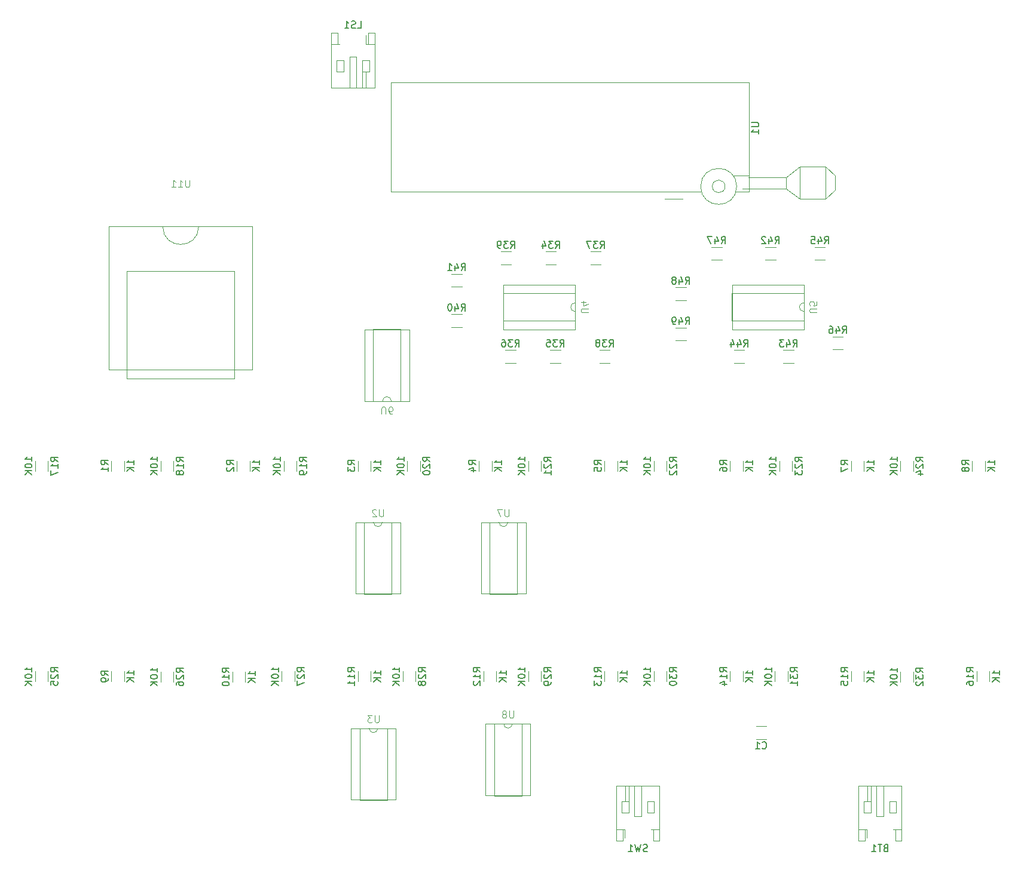
<source format=gbr>
%TF.GenerationSoftware,KiCad,Pcbnew,9.0.3*%
%TF.CreationDate,2026-01-07T19:03:45+01:00*%
%TF.ProjectId,Learning_Numbers,4c656172-6e69-46e6-975f-4e756d626572,rev?*%
%TF.SameCoordinates,Original*%
%TF.FileFunction,Legend,Bot*%
%TF.FilePolarity,Positive*%
%FSLAX46Y46*%
G04 Gerber Fmt 4.6, Leading zero omitted, Abs format (unit mm)*
G04 Created by KiCad (PCBNEW 9.0.3) date 2026-01-07 19:03:45*
%MOMM*%
%LPD*%
G01*
G04 APERTURE LIST*
%ADD10C,0.150000*%
%ADD11C,0.100000*%
%ADD12C,0.120000*%
G04 APERTURE END LIST*
D10*
X159747857Y-75459819D02*
X160081190Y-74983628D01*
X160319285Y-75459819D02*
X160319285Y-74459819D01*
X160319285Y-74459819D02*
X159938333Y-74459819D01*
X159938333Y-74459819D02*
X159843095Y-74507438D01*
X159843095Y-74507438D02*
X159795476Y-74555057D01*
X159795476Y-74555057D02*
X159747857Y-74650295D01*
X159747857Y-74650295D02*
X159747857Y-74793152D01*
X159747857Y-74793152D02*
X159795476Y-74888390D01*
X159795476Y-74888390D02*
X159843095Y-74936009D01*
X159843095Y-74936009D02*
X159938333Y-74983628D01*
X159938333Y-74983628D02*
X160319285Y-74983628D01*
X158890714Y-74793152D02*
X158890714Y-75459819D01*
X159128809Y-74412200D02*
X159366904Y-75126485D01*
X159366904Y-75126485D02*
X158747857Y-75126485D01*
X158414523Y-74555057D02*
X158366904Y-74507438D01*
X158366904Y-74507438D02*
X158271666Y-74459819D01*
X158271666Y-74459819D02*
X158033571Y-74459819D01*
X158033571Y-74459819D02*
X157938333Y-74507438D01*
X157938333Y-74507438D02*
X157890714Y-74555057D01*
X157890714Y-74555057D02*
X157843095Y-74650295D01*
X157843095Y-74650295D02*
X157843095Y-74745533D01*
X157843095Y-74745533D02*
X157890714Y-74888390D01*
X157890714Y-74888390D02*
X158462142Y-75459819D01*
X158462142Y-75459819D02*
X157843095Y-75459819D01*
X187854819Y-136162142D02*
X187378628Y-135828809D01*
X187854819Y-135590714D02*
X186854819Y-135590714D01*
X186854819Y-135590714D02*
X186854819Y-135971666D01*
X186854819Y-135971666D02*
X186902438Y-136066904D01*
X186902438Y-136066904D02*
X186950057Y-136114523D01*
X186950057Y-136114523D02*
X187045295Y-136162142D01*
X187045295Y-136162142D02*
X187188152Y-136162142D01*
X187188152Y-136162142D02*
X187283390Y-136114523D01*
X187283390Y-136114523D02*
X187331009Y-136066904D01*
X187331009Y-136066904D02*
X187378628Y-135971666D01*
X187378628Y-135971666D02*
X187378628Y-135590714D01*
X187854819Y-137114523D02*
X187854819Y-136543095D01*
X187854819Y-136828809D02*
X186854819Y-136828809D01*
X186854819Y-136828809D02*
X186997676Y-136733571D01*
X186997676Y-136733571D02*
X187092914Y-136638333D01*
X187092914Y-136638333D02*
X187140533Y-136543095D01*
X186854819Y-137971666D02*
X186854819Y-137781190D01*
X186854819Y-137781190D02*
X186902438Y-137685952D01*
X186902438Y-137685952D02*
X186950057Y-137638333D01*
X186950057Y-137638333D02*
X187092914Y-137543095D01*
X187092914Y-137543095D02*
X187283390Y-137495476D01*
X187283390Y-137495476D02*
X187664342Y-137495476D01*
X187664342Y-137495476D02*
X187759580Y-137543095D01*
X187759580Y-137543095D02*
X187807200Y-137590714D01*
X187807200Y-137590714D02*
X187854819Y-137685952D01*
X187854819Y-137685952D02*
X187854819Y-137876428D01*
X187854819Y-137876428D02*
X187807200Y-137971666D01*
X187807200Y-137971666D02*
X187759580Y-138019285D01*
X187759580Y-138019285D02*
X187664342Y-138066904D01*
X187664342Y-138066904D02*
X187426247Y-138066904D01*
X187426247Y-138066904D02*
X187331009Y-138019285D01*
X187331009Y-138019285D02*
X187283390Y-137971666D01*
X187283390Y-137971666D02*
X187235771Y-137876428D01*
X187235771Y-137876428D02*
X187235771Y-137685952D01*
X187235771Y-137685952D02*
X187283390Y-137590714D01*
X187283390Y-137590714D02*
X187331009Y-137543095D01*
X187331009Y-137543095D02*
X187426247Y-137495476D01*
X191514819Y-136590714D02*
X191514819Y-136019286D01*
X191514819Y-136305000D02*
X190514819Y-136305000D01*
X190514819Y-136305000D02*
X190657676Y-136209762D01*
X190657676Y-136209762D02*
X190752914Y-136114524D01*
X190752914Y-136114524D02*
X190800533Y-136019286D01*
X191514819Y-137019286D02*
X190514819Y-137019286D01*
X191514819Y-137590714D02*
X190943390Y-137162143D01*
X190514819Y-137590714D02*
X191086247Y-137019286D01*
X75944819Y-136237142D02*
X75468628Y-135903809D01*
X75944819Y-135665714D02*
X74944819Y-135665714D01*
X74944819Y-135665714D02*
X74944819Y-136046666D01*
X74944819Y-136046666D02*
X74992438Y-136141904D01*
X74992438Y-136141904D02*
X75040057Y-136189523D01*
X75040057Y-136189523D02*
X75135295Y-136237142D01*
X75135295Y-136237142D02*
X75278152Y-136237142D01*
X75278152Y-136237142D02*
X75373390Y-136189523D01*
X75373390Y-136189523D02*
X75421009Y-136141904D01*
X75421009Y-136141904D02*
X75468628Y-136046666D01*
X75468628Y-136046666D02*
X75468628Y-135665714D01*
X75040057Y-136618095D02*
X74992438Y-136665714D01*
X74992438Y-136665714D02*
X74944819Y-136760952D01*
X74944819Y-136760952D02*
X74944819Y-136999047D01*
X74944819Y-136999047D02*
X74992438Y-137094285D01*
X74992438Y-137094285D02*
X75040057Y-137141904D01*
X75040057Y-137141904D02*
X75135295Y-137189523D01*
X75135295Y-137189523D02*
X75230533Y-137189523D01*
X75230533Y-137189523D02*
X75373390Y-137141904D01*
X75373390Y-137141904D02*
X75944819Y-136570476D01*
X75944819Y-136570476D02*
X75944819Y-137189523D01*
X74944819Y-138046666D02*
X74944819Y-137856190D01*
X74944819Y-137856190D02*
X74992438Y-137760952D01*
X74992438Y-137760952D02*
X75040057Y-137713333D01*
X75040057Y-137713333D02*
X75182914Y-137618095D01*
X75182914Y-137618095D02*
X75373390Y-137570476D01*
X75373390Y-137570476D02*
X75754342Y-137570476D01*
X75754342Y-137570476D02*
X75849580Y-137618095D01*
X75849580Y-137618095D02*
X75897200Y-137665714D01*
X75897200Y-137665714D02*
X75944819Y-137760952D01*
X75944819Y-137760952D02*
X75944819Y-137951428D01*
X75944819Y-137951428D02*
X75897200Y-138046666D01*
X75897200Y-138046666D02*
X75849580Y-138094285D01*
X75849580Y-138094285D02*
X75754342Y-138141904D01*
X75754342Y-138141904D02*
X75516247Y-138141904D01*
X75516247Y-138141904D02*
X75421009Y-138094285D01*
X75421009Y-138094285D02*
X75373390Y-138046666D01*
X75373390Y-138046666D02*
X75325771Y-137951428D01*
X75325771Y-137951428D02*
X75325771Y-137760952D01*
X75325771Y-137760952D02*
X75373390Y-137665714D01*
X75373390Y-137665714D02*
X75421009Y-137618095D01*
X75421009Y-137618095D02*
X75516247Y-137570476D01*
X72284819Y-136189523D02*
X72284819Y-135618095D01*
X72284819Y-135903809D02*
X71284819Y-135903809D01*
X71284819Y-135903809D02*
X71427676Y-135808571D01*
X71427676Y-135808571D02*
X71522914Y-135713333D01*
X71522914Y-135713333D02*
X71570533Y-135618095D01*
X71284819Y-136808571D02*
X71284819Y-136903809D01*
X71284819Y-136903809D02*
X71332438Y-136999047D01*
X71332438Y-136999047D02*
X71380057Y-137046666D01*
X71380057Y-137046666D02*
X71475295Y-137094285D01*
X71475295Y-137094285D02*
X71665771Y-137141904D01*
X71665771Y-137141904D02*
X71903866Y-137141904D01*
X71903866Y-137141904D02*
X72094342Y-137094285D01*
X72094342Y-137094285D02*
X72189580Y-137046666D01*
X72189580Y-137046666D02*
X72237200Y-136999047D01*
X72237200Y-136999047D02*
X72284819Y-136903809D01*
X72284819Y-136903809D02*
X72284819Y-136808571D01*
X72284819Y-136808571D02*
X72237200Y-136713333D01*
X72237200Y-136713333D02*
X72189580Y-136665714D01*
X72189580Y-136665714D02*
X72094342Y-136618095D01*
X72094342Y-136618095D02*
X71903866Y-136570476D01*
X71903866Y-136570476D02*
X71665771Y-136570476D01*
X71665771Y-136570476D02*
X71475295Y-136618095D01*
X71475295Y-136618095D02*
X71380057Y-136665714D01*
X71380057Y-136665714D02*
X71332438Y-136713333D01*
X71332438Y-136713333D02*
X71284819Y-136808571D01*
X72284819Y-137570476D02*
X71284819Y-137570476D01*
X72284819Y-138141904D02*
X71713390Y-137713333D01*
X71284819Y-138141904D02*
X71856247Y-137570476D01*
D11*
X122046904Y-113122419D02*
X122046904Y-113931942D01*
X122046904Y-113931942D02*
X121999285Y-114027180D01*
X121999285Y-114027180D02*
X121951666Y-114074800D01*
X121951666Y-114074800D02*
X121856428Y-114122419D01*
X121856428Y-114122419D02*
X121665952Y-114122419D01*
X121665952Y-114122419D02*
X121570714Y-114074800D01*
X121570714Y-114074800D02*
X121523095Y-114027180D01*
X121523095Y-114027180D02*
X121475476Y-113931942D01*
X121475476Y-113931942D02*
X121475476Y-113122419D01*
X121094523Y-113122419D02*
X120427857Y-113122419D01*
X120427857Y-113122419D02*
X120856428Y-114122419D01*
D10*
X117369819Y-106793333D02*
X116893628Y-106460000D01*
X117369819Y-106221905D02*
X116369819Y-106221905D01*
X116369819Y-106221905D02*
X116369819Y-106602857D01*
X116369819Y-106602857D02*
X116417438Y-106698095D01*
X116417438Y-106698095D02*
X116465057Y-106745714D01*
X116465057Y-106745714D02*
X116560295Y-106793333D01*
X116560295Y-106793333D02*
X116703152Y-106793333D01*
X116703152Y-106793333D02*
X116798390Y-106745714D01*
X116798390Y-106745714D02*
X116846009Y-106698095D01*
X116846009Y-106698095D02*
X116893628Y-106602857D01*
X116893628Y-106602857D02*
X116893628Y-106221905D01*
X116703152Y-107650476D02*
X117369819Y-107650476D01*
X116322200Y-107412381D02*
X117036485Y-107174286D01*
X117036485Y-107174286D02*
X117036485Y-107793333D01*
X121029819Y-106745714D02*
X121029819Y-106174286D01*
X121029819Y-106460000D02*
X120029819Y-106460000D01*
X120029819Y-106460000D02*
X120172676Y-106364762D01*
X120172676Y-106364762D02*
X120267914Y-106269524D01*
X120267914Y-106269524D02*
X120315533Y-106174286D01*
X121029819Y-107174286D02*
X120029819Y-107174286D01*
X121029819Y-107745714D02*
X120458390Y-107317143D01*
X120029819Y-107745714D02*
X120601247Y-107174286D01*
X100224819Y-136162142D02*
X99748628Y-135828809D01*
X100224819Y-135590714D02*
X99224819Y-135590714D01*
X99224819Y-135590714D02*
X99224819Y-135971666D01*
X99224819Y-135971666D02*
X99272438Y-136066904D01*
X99272438Y-136066904D02*
X99320057Y-136114523D01*
X99320057Y-136114523D02*
X99415295Y-136162142D01*
X99415295Y-136162142D02*
X99558152Y-136162142D01*
X99558152Y-136162142D02*
X99653390Y-136114523D01*
X99653390Y-136114523D02*
X99701009Y-136066904D01*
X99701009Y-136066904D02*
X99748628Y-135971666D01*
X99748628Y-135971666D02*
X99748628Y-135590714D01*
X100224819Y-137114523D02*
X100224819Y-136543095D01*
X100224819Y-136828809D02*
X99224819Y-136828809D01*
X99224819Y-136828809D02*
X99367676Y-136733571D01*
X99367676Y-136733571D02*
X99462914Y-136638333D01*
X99462914Y-136638333D02*
X99510533Y-136543095D01*
X100224819Y-138066904D02*
X100224819Y-137495476D01*
X100224819Y-137781190D02*
X99224819Y-137781190D01*
X99224819Y-137781190D02*
X99367676Y-137685952D01*
X99367676Y-137685952D02*
X99462914Y-137590714D01*
X99462914Y-137590714D02*
X99510533Y-137495476D01*
X103884819Y-136590714D02*
X103884819Y-136019286D01*
X103884819Y-136305000D02*
X102884819Y-136305000D01*
X102884819Y-136305000D02*
X103027676Y-136209762D01*
X103027676Y-136209762D02*
X103122914Y-136114524D01*
X103122914Y-136114524D02*
X103170533Y-136019286D01*
X103884819Y-137019286D02*
X102884819Y-137019286D01*
X103884819Y-137590714D02*
X103313390Y-137162143D01*
X102884819Y-137590714D02*
X103456247Y-137019286D01*
X128632857Y-76094819D02*
X128966190Y-75618628D01*
X129204285Y-76094819D02*
X129204285Y-75094819D01*
X129204285Y-75094819D02*
X128823333Y-75094819D01*
X128823333Y-75094819D02*
X128728095Y-75142438D01*
X128728095Y-75142438D02*
X128680476Y-75190057D01*
X128680476Y-75190057D02*
X128632857Y-75285295D01*
X128632857Y-75285295D02*
X128632857Y-75428152D01*
X128632857Y-75428152D02*
X128680476Y-75523390D01*
X128680476Y-75523390D02*
X128728095Y-75571009D01*
X128728095Y-75571009D02*
X128823333Y-75618628D01*
X128823333Y-75618628D02*
X129204285Y-75618628D01*
X128299523Y-75094819D02*
X127680476Y-75094819D01*
X127680476Y-75094819D02*
X128013809Y-75475771D01*
X128013809Y-75475771D02*
X127870952Y-75475771D01*
X127870952Y-75475771D02*
X127775714Y-75523390D01*
X127775714Y-75523390D02*
X127728095Y-75571009D01*
X127728095Y-75571009D02*
X127680476Y-75666247D01*
X127680476Y-75666247D02*
X127680476Y-75904342D01*
X127680476Y-75904342D02*
X127728095Y-75999580D01*
X127728095Y-75999580D02*
X127775714Y-76047200D01*
X127775714Y-76047200D02*
X127870952Y-76094819D01*
X127870952Y-76094819D02*
X128156666Y-76094819D01*
X128156666Y-76094819D02*
X128251904Y-76047200D01*
X128251904Y-76047200D02*
X128299523Y-75999580D01*
X126823333Y-75428152D02*
X126823333Y-76094819D01*
X127061428Y-75047200D02*
X127299523Y-75761485D01*
X127299523Y-75761485D02*
X126680476Y-75761485D01*
X147047857Y-86889819D02*
X147381190Y-86413628D01*
X147619285Y-86889819D02*
X147619285Y-85889819D01*
X147619285Y-85889819D02*
X147238333Y-85889819D01*
X147238333Y-85889819D02*
X147143095Y-85937438D01*
X147143095Y-85937438D02*
X147095476Y-85985057D01*
X147095476Y-85985057D02*
X147047857Y-86080295D01*
X147047857Y-86080295D02*
X147047857Y-86223152D01*
X147047857Y-86223152D02*
X147095476Y-86318390D01*
X147095476Y-86318390D02*
X147143095Y-86366009D01*
X147143095Y-86366009D02*
X147238333Y-86413628D01*
X147238333Y-86413628D02*
X147619285Y-86413628D01*
X146190714Y-86223152D02*
X146190714Y-86889819D01*
X146428809Y-85842200D02*
X146666904Y-86556485D01*
X146666904Y-86556485D02*
X146047857Y-86556485D01*
X145619285Y-86889819D02*
X145428809Y-86889819D01*
X145428809Y-86889819D02*
X145333571Y-86842200D01*
X145333571Y-86842200D02*
X145285952Y-86794580D01*
X145285952Y-86794580D02*
X145190714Y-86651723D01*
X145190714Y-86651723D02*
X145143095Y-86461247D01*
X145143095Y-86461247D02*
X145143095Y-86080295D01*
X145143095Y-86080295D02*
X145190714Y-85985057D01*
X145190714Y-85985057D02*
X145238333Y-85937438D01*
X145238333Y-85937438D02*
X145333571Y-85889819D01*
X145333571Y-85889819D02*
X145524047Y-85889819D01*
X145524047Y-85889819D02*
X145619285Y-85937438D01*
X145619285Y-85937438D02*
X145666904Y-85985057D01*
X145666904Y-85985057D02*
X145714523Y-86080295D01*
X145714523Y-86080295D02*
X145714523Y-86318390D01*
X145714523Y-86318390D02*
X145666904Y-86413628D01*
X145666904Y-86413628D02*
X145619285Y-86461247D01*
X145619285Y-86461247D02*
X145524047Y-86508866D01*
X145524047Y-86508866D02*
X145333571Y-86508866D01*
X145333571Y-86508866D02*
X145238333Y-86461247D01*
X145238333Y-86461247D02*
X145190714Y-86413628D01*
X145190714Y-86413628D02*
X145143095Y-86318390D01*
X65299819Y-106793333D02*
X64823628Y-106460000D01*
X65299819Y-106221905D02*
X64299819Y-106221905D01*
X64299819Y-106221905D02*
X64299819Y-106602857D01*
X64299819Y-106602857D02*
X64347438Y-106698095D01*
X64347438Y-106698095D02*
X64395057Y-106745714D01*
X64395057Y-106745714D02*
X64490295Y-106793333D01*
X64490295Y-106793333D02*
X64633152Y-106793333D01*
X64633152Y-106793333D02*
X64728390Y-106745714D01*
X64728390Y-106745714D02*
X64776009Y-106698095D01*
X64776009Y-106698095D02*
X64823628Y-106602857D01*
X64823628Y-106602857D02*
X64823628Y-106221905D01*
X65299819Y-107745714D02*
X65299819Y-107174286D01*
X65299819Y-107460000D02*
X64299819Y-107460000D01*
X64299819Y-107460000D02*
X64442676Y-107364762D01*
X64442676Y-107364762D02*
X64537914Y-107269524D01*
X64537914Y-107269524D02*
X64585533Y-107174286D01*
X68959819Y-106745714D02*
X68959819Y-106174286D01*
X68959819Y-106460000D02*
X67959819Y-106460000D01*
X67959819Y-106460000D02*
X68102676Y-106364762D01*
X68102676Y-106364762D02*
X68197914Y-106269524D01*
X68197914Y-106269524D02*
X68245533Y-106174286D01*
X68959819Y-107174286D02*
X67959819Y-107174286D01*
X68959819Y-107745714D02*
X68388390Y-107317143D01*
X67959819Y-107745714D02*
X68531247Y-107174286D01*
X128014819Y-106317142D02*
X127538628Y-105983809D01*
X128014819Y-105745714D02*
X127014819Y-105745714D01*
X127014819Y-105745714D02*
X127014819Y-106126666D01*
X127014819Y-106126666D02*
X127062438Y-106221904D01*
X127062438Y-106221904D02*
X127110057Y-106269523D01*
X127110057Y-106269523D02*
X127205295Y-106317142D01*
X127205295Y-106317142D02*
X127348152Y-106317142D01*
X127348152Y-106317142D02*
X127443390Y-106269523D01*
X127443390Y-106269523D02*
X127491009Y-106221904D01*
X127491009Y-106221904D02*
X127538628Y-106126666D01*
X127538628Y-106126666D02*
X127538628Y-105745714D01*
X127110057Y-106698095D02*
X127062438Y-106745714D01*
X127062438Y-106745714D02*
X127014819Y-106840952D01*
X127014819Y-106840952D02*
X127014819Y-107079047D01*
X127014819Y-107079047D02*
X127062438Y-107174285D01*
X127062438Y-107174285D02*
X127110057Y-107221904D01*
X127110057Y-107221904D02*
X127205295Y-107269523D01*
X127205295Y-107269523D02*
X127300533Y-107269523D01*
X127300533Y-107269523D02*
X127443390Y-107221904D01*
X127443390Y-107221904D02*
X128014819Y-106650476D01*
X128014819Y-106650476D02*
X128014819Y-107269523D01*
X128014819Y-108221904D02*
X128014819Y-107650476D01*
X128014819Y-107936190D02*
X127014819Y-107936190D01*
X127014819Y-107936190D02*
X127157676Y-107840952D01*
X127157676Y-107840952D02*
X127252914Y-107745714D01*
X127252914Y-107745714D02*
X127300533Y-107650476D01*
X124354819Y-106269523D02*
X124354819Y-105698095D01*
X124354819Y-105983809D02*
X123354819Y-105983809D01*
X123354819Y-105983809D02*
X123497676Y-105888571D01*
X123497676Y-105888571D02*
X123592914Y-105793333D01*
X123592914Y-105793333D02*
X123640533Y-105698095D01*
X123354819Y-106888571D02*
X123354819Y-106983809D01*
X123354819Y-106983809D02*
X123402438Y-107079047D01*
X123402438Y-107079047D02*
X123450057Y-107126666D01*
X123450057Y-107126666D02*
X123545295Y-107174285D01*
X123545295Y-107174285D02*
X123735771Y-107221904D01*
X123735771Y-107221904D02*
X123973866Y-107221904D01*
X123973866Y-107221904D02*
X124164342Y-107174285D01*
X124164342Y-107174285D02*
X124259580Y-107126666D01*
X124259580Y-107126666D02*
X124307200Y-107079047D01*
X124307200Y-107079047D02*
X124354819Y-106983809D01*
X124354819Y-106983809D02*
X124354819Y-106888571D01*
X124354819Y-106888571D02*
X124307200Y-106793333D01*
X124307200Y-106793333D02*
X124259580Y-106745714D01*
X124259580Y-106745714D02*
X124164342Y-106698095D01*
X124164342Y-106698095D02*
X123973866Y-106650476D01*
X123973866Y-106650476D02*
X123735771Y-106650476D01*
X123735771Y-106650476D02*
X123545295Y-106698095D01*
X123545295Y-106698095D02*
X123450057Y-106745714D01*
X123450057Y-106745714D02*
X123402438Y-106793333D01*
X123402438Y-106793333D02*
X123354819Y-106888571D01*
X124354819Y-107650476D02*
X123354819Y-107650476D01*
X124354819Y-108221904D02*
X123783390Y-107793333D01*
X123354819Y-108221904D02*
X123926247Y-107650476D01*
X145794819Y-136162142D02*
X145318628Y-135828809D01*
X145794819Y-135590714D02*
X144794819Y-135590714D01*
X144794819Y-135590714D02*
X144794819Y-135971666D01*
X144794819Y-135971666D02*
X144842438Y-136066904D01*
X144842438Y-136066904D02*
X144890057Y-136114523D01*
X144890057Y-136114523D02*
X144985295Y-136162142D01*
X144985295Y-136162142D02*
X145128152Y-136162142D01*
X145128152Y-136162142D02*
X145223390Y-136114523D01*
X145223390Y-136114523D02*
X145271009Y-136066904D01*
X145271009Y-136066904D02*
X145318628Y-135971666D01*
X145318628Y-135971666D02*
X145318628Y-135590714D01*
X144794819Y-136495476D02*
X144794819Y-137114523D01*
X144794819Y-137114523D02*
X145175771Y-136781190D01*
X145175771Y-136781190D02*
X145175771Y-136924047D01*
X145175771Y-136924047D02*
X145223390Y-137019285D01*
X145223390Y-137019285D02*
X145271009Y-137066904D01*
X145271009Y-137066904D02*
X145366247Y-137114523D01*
X145366247Y-137114523D02*
X145604342Y-137114523D01*
X145604342Y-137114523D02*
X145699580Y-137066904D01*
X145699580Y-137066904D02*
X145747200Y-137019285D01*
X145747200Y-137019285D02*
X145794819Y-136924047D01*
X145794819Y-136924047D02*
X145794819Y-136638333D01*
X145794819Y-136638333D02*
X145747200Y-136543095D01*
X145747200Y-136543095D02*
X145699580Y-136495476D01*
X144794819Y-137733571D02*
X144794819Y-137828809D01*
X144794819Y-137828809D02*
X144842438Y-137924047D01*
X144842438Y-137924047D02*
X144890057Y-137971666D01*
X144890057Y-137971666D02*
X144985295Y-138019285D01*
X144985295Y-138019285D02*
X145175771Y-138066904D01*
X145175771Y-138066904D02*
X145413866Y-138066904D01*
X145413866Y-138066904D02*
X145604342Y-138019285D01*
X145604342Y-138019285D02*
X145699580Y-137971666D01*
X145699580Y-137971666D02*
X145747200Y-137924047D01*
X145747200Y-137924047D02*
X145794819Y-137828809D01*
X145794819Y-137828809D02*
X145794819Y-137733571D01*
X145794819Y-137733571D02*
X145747200Y-137638333D01*
X145747200Y-137638333D02*
X145699580Y-137590714D01*
X145699580Y-137590714D02*
X145604342Y-137543095D01*
X145604342Y-137543095D02*
X145413866Y-137495476D01*
X145413866Y-137495476D02*
X145175771Y-137495476D01*
X145175771Y-137495476D02*
X144985295Y-137543095D01*
X144985295Y-137543095D02*
X144890057Y-137590714D01*
X144890057Y-137590714D02*
X144842438Y-137638333D01*
X144842438Y-137638333D02*
X144794819Y-137733571D01*
X142134819Y-136114523D02*
X142134819Y-135543095D01*
X142134819Y-135828809D02*
X141134819Y-135828809D01*
X141134819Y-135828809D02*
X141277676Y-135733571D01*
X141277676Y-135733571D02*
X141372914Y-135638333D01*
X141372914Y-135638333D02*
X141420533Y-135543095D01*
X141134819Y-136733571D02*
X141134819Y-136828809D01*
X141134819Y-136828809D02*
X141182438Y-136924047D01*
X141182438Y-136924047D02*
X141230057Y-136971666D01*
X141230057Y-136971666D02*
X141325295Y-137019285D01*
X141325295Y-137019285D02*
X141515771Y-137066904D01*
X141515771Y-137066904D02*
X141753866Y-137066904D01*
X141753866Y-137066904D02*
X141944342Y-137019285D01*
X141944342Y-137019285D02*
X142039580Y-136971666D01*
X142039580Y-136971666D02*
X142087200Y-136924047D01*
X142087200Y-136924047D02*
X142134819Y-136828809D01*
X142134819Y-136828809D02*
X142134819Y-136733571D01*
X142134819Y-136733571D02*
X142087200Y-136638333D01*
X142087200Y-136638333D02*
X142039580Y-136590714D01*
X142039580Y-136590714D02*
X141944342Y-136543095D01*
X141944342Y-136543095D02*
X141753866Y-136495476D01*
X141753866Y-136495476D02*
X141515771Y-136495476D01*
X141515771Y-136495476D02*
X141325295Y-136543095D01*
X141325295Y-136543095D02*
X141230057Y-136590714D01*
X141230057Y-136590714D02*
X141182438Y-136638333D01*
X141182438Y-136638333D02*
X141134819Y-136733571D01*
X142134819Y-137495476D02*
X141134819Y-137495476D01*
X142134819Y-138066904D02*
X141563390Y-137638333D01*
X141134819Y-138066904D02*
X141706247Y-137495476D01*
X175410714Y-161141009D02*
X175267857Y-161188628D01*
X175267857Y-161188628D02*
X175220238Y-161236247D01*
X175220238Y-161236247D02*
X175172619Y-161331485D01*
X175172619Y-161331485D02*
X175172619Y-161474342D01*
X175172619Y-161474342D02*
X175220238Y-161569580D01*
X175220238Y-161569580D02*
X175267857Y-161617200D01*
X175267857Y-161617200D02*
X175363095Y-161664819D01*
X175363095Y-161664819D02*
X175744047Y-161664819D01*
X175744047Y-161664819D02*
X175744047Y-160664819D01*
X175744047Y-160664819D02*
X175410714Y-160664819D01*
X175410714Y-160664819D02*
X175315476Y-160712438D01*
X175315476Y-160712438D02*
X175267857Y-160760057D01*
X175267857Y-160760057D02*
X175220238Y-160855295D01*
X175220238Y-160855295D02*
X175220238Y-160950533D01*
X175220238Y-160950533D02*
X175267857Y-161045771D01*
X175267857Y-161045771D02*
X175315476Y-161093390D01*
X175315476Y-161093390D02*
X175410714Y-161141009D01*
X175410714Y-161141009D02*
X175744047Y-161141009D01*
X174886904Y-160664819D02*
X174315476Y-160664819D01*
X174601190Y-161664819D02*
X174601190Y-160664819D01*
X173458333Y-161664819D02*
X174029761Y-161664819D01*
X173744047Y-161664819D02*
X173744047Y-160664819D01*
X173744047Y-160664819D02*
X173839285Y-160807676D01*
X173839285Y-160807676D02*
X173934523Y-160902914D01*
X173934523Y-160902914D02*
X174029761Y-160950533D01*
X169272857Y-88159819D02*
X169606190Y-87683628D01*
X169844285Y-88159819D02*
X169844285Y-87159819D01*
X169844285Y-87159819D02*
X169463333Y-87159819D01*
X169463333Y-87159819D02*
X169368095Y-87207438D01*
X169368095Y-87207438D02*
X169320476Y-87255057D01*
X169320476Y-87255057D02*
X169272857Y-87350295D01*
X169272857Y-87350295D02*
X169272857Y-87493152D01*
X169272857Y-87493152D02*
X169320476Y-87588390D01*
X169320476Y-87588390D02*
X169368095Y-87636009D01*
X169368095Y-87636009D02*
X169463333Y-87683628D01*
X169463333Y-87683628D02*
X169844285Y-87683628D01*
X168415714Y-87493152D02*
X168415714Y-88159819D01*
X168653809Y-87112200D02*
X168891904Y-87826485D01*
X168891904Y-87826485D02*
X168272857Y-87826485D01*
X167463333Y-87159819D02*
X167653809Y-87159819D01*
X167653809Y-87159819D02*
X167749047Y-87207438D01*
X167749047Y-87207438D02*
X167796666Y-87255057D01*
X167796666Y-87255057D02*
X167891904Y-87397914D01*
X167891904Y-87397914D02*
X167939523Y-87588390D01*
X167939523Y-87588390D02*
X167939523Y-87969342D01*
X167939523Y-87969342D02*
X167891904Y-88064580D01*
X167891904Y-88064580D02*
X167844285Y-88112200D01*
X167844285Y-88112200D02*
X167749047Y-88159819D01*
X167749047Y-88159819D02*
X167558571Y-88159819D01*
X167558571Y-88159819D02*
X167463333Y-88112200D01*
X167463333Y-88112200D02*
X167415714Y-88064580D01*
X167415714Y-88064580D02*
X167368095Y-87969342D01*
X167368095Y-87969342D02*
X167368095Y-87731247D01*
X167368095Y-87731247D02*
X167415714Y-87636009D01*
X167415714Y-87636009D02*
X167463333Y-87588390D01*
X167463333Y-87588390D02*
X167558571Y-87540771D01*
X167558571Y-87540771D02*
X167749047Y-87540771D01*
X167749047Y-87540771D02*
X167844285Y-87588390D01*
X167844285Y-87588390D02*
X167891904Y-87636009D01*
X167891904Y-87636009D02*
X167939523Y-87731247D01*
X170074819Y-136162142D02*
X169598628Y-135828809D01*
X170074819Y-135590714D02*
X169074819Y-135590714D01*
X169074819Y-135590714D02*
X169074819Y-135971666D01*
X169074819Y-135971666D02*
X169122438Y-136066904D01*
X169122438Y-136066904D02*
X169170057Y-136114523D01*
X169170057Y-136114523D02*
X169265295Y-136162142D01*
X169265295Y-136162142D02*
X169408152Y-136162142D01*
X169408152Y-136162142D02*
X169503390Y-136114523D01*
X169503390Y-136114523D02*
X169551009Y-136066904D01*
X169551009Y-136066904D02*
X169598628Y-135971666D01*
X169598628Y-135971666D02*
X169598628Y-135590714D01*
X170074819Y-137114523D02*
X170074819Y-136543095D01*
X170074819Y-136828809D02*
X169074819Y-136828809D01*
X169074819Y-136828809D02*
X169217676Y-136733571D01*
X169217676Y-136733571D02*
X169312914Y-136638333D01*
X169312914Y-136638333D02*
X169360533Y-136543095D01*
X169074819Y-138019285D02*
X169074819Y-137543095D01*
X169074819Y-137543095D02*
X169551009Y-137495476D01*
X169551009Y-137495476D02*
X169503390Y-137543095D01*
X169503390Y-137543095D02*
X169455771Y-137638333D01*
X169455771Y-137638333D02*
X169455771Y-137876428D01*
X169455771Y-137876428D02*
X169503390Y-137971666D01*
X169503390Y-137971666D02*
X169551009Y-138019285D01*
X169551009Y-138019285D02*
X169646247Y-138066904D01*
X169646247Y-138066904D02*
X169884342Y-138066904D01*
X169884342Y-138066904D02*
X169979580Y-138019285D01*
X169979580Y-138019285D02*
X170027200Y-137971666D01*
X170027200Y-137971666D02*
X170074819Y-137876428D01*
X170074819Y-137876428D02*
X170074819Y-137638333D01*
X170074819Y-137638333D02*
X170027200Y-137543095D01*
X170027200Y-137543095D02*
X169979580Y-137495476D01*
X173734819Y-136590714D02*
X173734819Y-136019286D01*
X173734819Y-136305000D02*
X172734819Y-136305000D01*
X172734819Y-136305000D02*
X172877676Y-136209762D01*
X172877676Y-136209762D02*
X172972914Y-136114524D01*
X172972914Y-136114524D02*
X173020533Y-136019286D01*
X173734819Y-137019286D02*
X172734819Y-137019286D01*
X173734819Y-137590714D02*
X173163390Y-137162143D01*
X172734819Y-137590714D02*
X173306247Y-137019286D01*
D11*
X104266904Y-113122419D02*
X104266904Y-113931942D01*
X104266904Y-113931942D02*
X104219285Y-114027180D01*
X104219285Y-114027180D02*
X104171666Y-114074800D01*
X104171666Y-114074800D02*
X104076428Y-114122419D01*
X104076428Y-114122419D02*
X103885952Y-114122419D01*
X103885952Y-114122419D02*
X103790714Y-114074800D01*
X103790714Y-114074800D02*
X103743095Y-114027180D01*
X103743095Y-114027180D02*
X103695476Y-113931942D01*
X103695476Y-113931942D02*
X103695476Y-113122419D01*
X103266904Y-113217657D02*
X103219285Y-113170038D01*
X103219285Y-113170038D02*
X103124047Y-113122419D01*
X103124047Y-113122419D02*
X102885952Y-113122419D01*
X102885952Y-113122419D02*
X102790714Y-113170038D01*
X102790714Y-113170038D02*
X102743095Y-113217657D01*
X102743095Y-113217657D02*
X102695476Y-113312895D01*
X102695476Y-113312895D02*
X102695476Y-113408133D01*
X102695476Y-113408133D02*
X102743095Y-113550990D01*
X102743095Y-113550990D02*
X103314523Y-114122419D01*
X103314523Y-114122419D02*
X102695476Y-114122419D01*
D10*
X93369819Y-106317142D02*
X92893628Y-105983809D01*
X93369819Y-105745714D02*
X92369819Y-105745714D01*
X92369819Y-105745714D02*
X92369819Y-106126666D01*
X92369819Y-106126666D02*
X92417438Y-106221904D01*
X92417438Y-106221904D02*
X92465057Y-106269523D01*
X92465057Y-106269523D02*
X92560295Y-106317142D01*
X92560295Y-106317142D02*
X92703152Y-106317142D01*
X92703152Y-106317142D02*
X92798390Y-106269523D01*
X92798390Y-106269523D02*
X92846009Y-106221904D01*
X92846009Y-106221904D02*
X92893628Y-106126666D01*
X92893628Y-106126666D02*
X92893628Y-105745714D01*
X93369819Y-107269523D02*
X93369819Y-106698095D01*
X93369819Y-106983809D02*
X92369819Y-106983809D01*
X92369819Y-106983809D02*
X92512676Y-106888571D01*
X92512676Y-106888571D02*
X92607914Y-106793333D01*
X92607914Y-106793333D02*
X92655533Y-106698095D01*
X93369819Y-107745714D02*
X93369819Y-107936190D01*
X93369819Y-107936190D02*
X93322200Y-108031428D01*
X93322200Y-108031428D02*
X93274580Y-108079047D01*
X93274580Y-108079047D02*
X93131723Y-108174285D01*
X93131723Y-108174285D02*
X92941247Y-108221904D01*
X92941247Y-108221904D02*
X92560295Y-108221904D01*
X92560295Y-108221904D02*
X92465057Y-108174285D01*
X92465057Y-108174285D02*
X92417438Y-108126666D01*
X92417438Y-108126666D02*
X92369819Y-108031428D01*
X92369819Y-108031428D02*
X92369819Y-107840952D01*
X92369819Y-107840952D02*
X92417438Y-107745714D01*
X92417438Y-107745714D02*
X92465057Y-107698095D01*
X92465057Y-107698095D02*
X92560295Y-107650476D01*
X92560295Y-107650476D02*
X92798390Y-107650476D01*
X92798390Y-107650476D02*
X92893628Y-107698095D01*
X92893628Y-107698095D02*
X92941247Y-107745714D01*
X92941247Y-107745714D02*
X92988866Y-107840952D01*
X92988866Y-107840952D02*
X92988866Y-108031428D01*
X92988866Y-108031428D02*
X92941247Y-108126666D01*
X92941247Y-108126666D02*
X92893628Y-108174285D01*
X92893628Y-108174285D02*
X92798390Y-108221904D01*
X89709819Y-106269523D02*
X89709819Y-105698095D01*
X89709819Y-105983809D02*
X88709819Y-105983809D01*
X88709819Y-105983809D02*
X88852676Y-105888571D01*
X88852676Y-105888571D02*
X88947914Y-105793333D01*
X88947914Y-105793333D02*
X88995533Y-105698095D01*
X88709819Y-106888571D02*
X88709819Y-106983809D01*
X88709819Y-106983809D02*
X88757438Y-107079047D01*
X88757438Y-107079047D02*
X88805057Y-107126666D01*
X88805057Y-107126666D02*
X88900295Y-107174285D01*
X88900295Y-107174285D02*
X89090771Y-107221904D01*
X89090771Y-107221904D02*
X89328866Y-107221904D01*
X89328866Y-107221904D02*
X89519342Y-107174285D01*
X89519342Y-107174285D02*
X89614580Y-107126666D01*
X89614580Y-107126666D02*
X89662200Y-107079047D01*
X89662200Y-107079047D02*
X89709819Y-106983809D01*
X89709819Y-106983809D02*
X89709819Y-106888571D01*
X89709819Y-106888571D02*
X89662200Y-106793333D01*
X89662200Y-106793333D02*
X89614580Y-106745714D01*
X89614580Y-106745714D02*
X89519342Y-106698095D01*
X89519342Y-106698095D02*
X89328866Y-106650476D01*
X89328866Y-106650476D02*
X89090771Y-106650476D01*
X89090771Y-106650476D02*
X88900295Y-106698095D01*
X88900295Y-106698095D02*
X88805057Y-106745714D01*
X88805057Y-106745714D02*
X88757438Y-106793333D01*
X88757438Y-106793333D02*
X88709819Y-106888571D01*
X89709819Y-107650476D02*
X88709819Y-107650476D01*
X89709819Y-108221904D02*
X89138390Y-107793333D01*
X88709819Y-108221904D02*
X89281247Y-107650476D01*
X187219819Y-106793333D02*
X186743628Y-106460000D01*
X187219819Y-106221905D02*
X186219819Y-106221905D01*
X186219819Y-106221905D02*
X186219819Y-106602857D01*
X186219819Y-106602857D02*
X186267438Y-106698095D01*
X186267438Y-106698095D02*
X186315057Y-106745714D01*
X186315057Y-106745714D02*
X186410295Y-106793333D01*
X186410295Y-106793333D02*
X186553152Y-106793333D01*
X186553152Y-106793333D02*
X186648390Y-106745714D01*
X186648390Y-106745714D02*
X186696009Y-106698095D01*
X186696009Y-106698095D02*
X186743628Y-106602857D01*
X186743628Y-106602857D02*
X186743628Y-106221905D01*
X186648390Y-107364762D02*
X186600771Y-107269524D01*
X186600771Y-107269524D02*
X186553152Y-107221905D01*
X186553152Y-107221905D02*
X186457914Y-107174286D01*
X186457914Y-107174286D02*
X186410295Y-107174286D01*
X186410295Y-107174286D02*
X186315057Y-107221905D01*
X186315057Y-107221905D02*
X186267438Y-107269524D01*
X186267438Y-107269524D02*
X186219819Y-107364762D01*
X186219819Y-107364762D02*
X186219819Y-107555238D01*
X186219819Y-107555238D02*
X186267438Y-107650476D01*
X186267438Y-107650476D02*
X186315057Y-107698095D01*
X186315057Y-107698095D02*
X186410295Y-107745714D01*
X186410295Y-107745714D02*
X186457914Y-107745714D01*
X186457914Y-107745714D02*
X186553152Y-107698095D01*
X186553152Y-107698095D02*
X186600771Y-107650476D01*
X186600771Y-107650476D02*
X186648390Y-107555238D01*
X186648390Y-107555238D02*
X186648390Y-107364762D01*
X186648390Y-107364762D02*
X186696009Y-107269524D01*
X186696009Y-107269524D02*
X186743628Y-107221905D01*
X186743628Y-107221905D02*
X186838866Y-107174286D01*
X186838866Y-107174286D02*
X187029342Y-107174286D01*
X187029342Y-107174286D02*
X187124580Y-107221905D01*
X187124580Y-107221905D02*
X187172200Y-107269524D01*
X187172200Y-107269524D02*
X187219819Y-107364762D01*
X187219819Y-107364762D02*
X187219819Y-107555238D01*
X187219819Y-107555238D02*
X187172200Y-107650476D01*
X187172200Y-107650476D02*
X187124580Y-107698095D01*
X187124580Y-107698095D02*
X187029342Y-107745714D01*
X187029342Y-107745714D02*
X186838866Y-107745714D01*
X186838866Y-107745714D02*
X186743628Y-107698095D01*
X186743628Y-107698095D02*
X186696009Y-107650476D01*
X186696009Y-107650476D02*
X186648390Y-107555238D01*
X190879819Y-106745714D02*
X190879819Y-106174286D01*
X190879819Y-106460000D02*
X189879819Y-106460000D01*
X189879819Y-106460000D02*
X190022676Y-106364762D01*
X190022676Y-106364762D02*
X190117914Y-106269524D01*
X190117914Y-106269524D02*
X190165533Y-106174286D01*
X190879819Y-107174286D02*
X189879819Y-107174286D01*
X190879819Y-107745714D02*
X190308390Y-107317143D01*
X189879819Y-107745714D02*
X190451247Y-107174286D01*
X180719819Y-106317142D02*
X180243628Y-105983809D01*
X180719819Y-105745714D02*
X179719819Y-105745714D01*
X179719819Y-105745714D02*
X179719819Y-106126666D01*
X179719819Y-106126666D02*
X179767438Y-106221904D01*
X179767438Y-106221904D02*
X179815057Y-106269523D01*
X179815057Y-106269523D02*
X179910295Y-106317142D01*
X179910295Y-106317142D02*
X180053152Y-106317142D01*
X180053152Y-106317142D02*
X180148390Y-106269523D01*
X180148390Y-106269523D02*
X180196009Y-106221904D01*
X180196009Y-106221904D02*
X180243628Y-106126666D01*
X180243628Y-106126666D02*
X180243628Y-105745714D01*
X179815057Y-106698095D02*
X179767438Y-106745714D01*
X179767438Y-106745714D02*
X179719819Y-106840952D01*
X179719819Y-106840952D02*
X179719819Y-107079047D01*
X179719819Y-107079047D02*
X179767438Y-107174285D01*
X179767438Y-107174285D02*
X179815057Y-107221904D01*
X179815057Y-107221904D02*
X179910295Y-107269523D01*
X179910295Y-107269523D02*
X180005533Y-107269523D01*
X180005533Y-107269523D02*
X180148390Y-107221904D01*
X180148390Y-107221904D02*
X180719819Y-106650476D01*
X180719819Y-106650476D02*
X180719819Y-107269523D01*
X180053152Y-108126666D02*
X180719819Y-108126666D01*
X179672200Y-107888571D02*
X180386485Y-107650476D01*
X180386485Y-107650476D02*
X180386485Y-108269523D01*
X177059819Y-106269523D02*
X177059819Y-105698095D01*
X177059819Y-105983809D02*
X176059819Y-105983809D01*
X176059819Y-105983809D02*
X176202676Y-105888571D01*
X176202676Y-105888571D02*
X176297914Y-105793333D01*
X176297914Y-105793333D02*
X176345533Y-105698095D01*
X176059819Y-106888571D02*
X176059819Y-106983809D01*
X176059819Y-106983809D02*
X176107438Y-107079047D01*
X176107438Y-107079047D02*
X176155057Y-107126666D01*
X176155057Y-107126666D02*
X176250295Y-107174285D01*
X176250295Y-107174285D02*
X176440771Y-107221904D01*
X176440771Y-107221904D02*
X176678866Y-107221904D01*
X176678866Y-107221904D02*
X176869342Y-107174285D01*
X176869342Y-107174285D02*
X176964580Y-107126666D01*
X176964580Y-107126666D02*
X177012200Y-107079047D01*
X177012200Y-107079047D02*
X177059819Y-106983809D01*
X177059819Y-106983809D02*
X177059819Y-106888571D01*
X177059819Y-106888571D02*
X177012200Y-106793333D01*
X177012200Y-106793333D02*
X176964580Y-106745714D01*
X176964580Y-106745714D02*
X176869342Y-106698095D01*
X176869342Y-106698095D02*
X176678866Y-106650476D01*
X176678866Y-106650476D02*
X176440771Y-106650476D01*
X176440771Y-106650476D02*
X176250295Y-106698095D01*
X176250295Y-106698095D02*
X176155057Y-106745714D01*
X176155057Y-106745714D02*
X176107438Y-106793333D01*
X176107438Y-106793333D02*
X176059819Y-106888571D01*
X177059819Y-107650476D02*
X176059819Y-107650476D01*
X177059819Y-108221904D02*
X176488390Y-107793333D01*
X176059819Y-108221904D02*
X176631247Y-107650476D01*
X118004819Y-136162142D02*
X117528628Y-135828809D01*
X118004819Y-135590714D02*
X117004819Y-135590714D01*
X117004819Y-135590714D02*
X117004819Y-135971666D01*
X117004819Y-135971666D02*
X117052438Y-136066904D01*
X117052438Y-136066904D02*
X117100057Y-136114523D01*
X117100057Y-136114523D02*
X117195295Y-136162142D01*
X117195295Y-136162142D02*
X117338152Y-136162142D01*
X117338152Y-136162142D02*
X117433390Y-136114523D01*
X117433390Y-136114523D02*
X117481009Y-136066904D01*
X117481009Y-136066904D02*
X117528628Y-135971666D01*
X117528628Y-135971666D02*
X117528628Y-135590714D01*
X118004819Y-137114523D02*
X118004819Y-136543095D01*
X118004819Y-136828809D02*
X117004819Y-136828809D01*
X117004819Y-136828809D02*
X117147676Y-136733571D01*
X117147676Y-136733571D02*
X117242914Y-136638333D01*
X117242914Y-136638333D02*
X117290533Y-136543095D01*
X117100057Y-137495476D02*
X117052438Y-137543095D01*
X117052438Y-137543095D02*
X117004819Y-137638333D01*
X117004819Y-137638333D02*
X117004819Y-137876428D01*
X117004819Y-137876428D02*
X117052438Y-137971666D01*
X117052438Y-137971666D02*
X117100057Y-138019285D01*
X117100057Y-138019285D02*
X117195295Y-138066904D01*
X117195295Y-138066904D02*
X117290533Y-138066904D01*
X117290533Y-138066904D02*
X117433390Y-138019285D01*
X117433390Y-138019285D02*
X118004819Y-137447857D01*
X118004819Y-137447857D02*
X118004819Y-138066904D01*
X121664819Y-136590714D02*
X121664819Y-136019286D01*
X121664819Y-136305000D02*
X120664819Y-136305000D01*
X120664819Y-136305000D02*
X120807676Y-136209762D01*
X120807676Y-136209762D02*
X120902914Y-136114524D01*
X120902914Y-136114524D02*
X120950533Y-136019286D01*
X121664819Y-137019286D02*
X120664819Y-137019286D01*
X121664819Y-137590714D02*
X121093390Y-137162143D01*
X120664819Y-137590714D02*
X121236247Y-137019286D01*
X157939166Y-146989580D02*
X157986785Y-147037200D01*
X157986785Y-147037200D02*
X158129642Y-147084819D01*
X158129642Y-147084819D02*
X158224880Y-147084819D01*
X158224880Y-147084819D02*
X158367737Y-147037200D01*
X158367737Y-147037200D02*
X158462975Y-146941961D01*
X158462975Y-146941961D02*
X158510594Y-146846723D01*
X158510594Y-146846723D02*
X158558213Y-146656247D01*
X158558213Y-146656247D02*
X158558213Y-146513390D01*
X158558213Y-146513390D02*
X158510594Y-146322914D01*
X158510594Y-146322914D02*
X158462975Y-146227676D01*
X158462975Y-146227676D02*
X158367737Y-146132438D01*
X158367737Y-146132438D02*
X158224880Y-146084819D01*
X158224880Y-146084819D02*
X158129642Y-146084819D01*
X158129642Y-146084819D02*
X157986785Y-146132438D01*
X157986785Y-146132438D02*
X157939166Y-146180057D01*
X156986785Y-147084819D02*
X157558213Y-147084819D01*
X157272499Y-147084819D02*
X157272499Y-146084819D01*
X157272499Y-146084819D02*
X157367737Y-146227676D01*
X157367737Y-146227676D02*
X157462975Y-146322914D01*
X157462975Y-146322914D02*
X157558213Y-146370533D01*
X58164819Y-136162142D02*
X57688628Y-135828809D01*
X58164819Y-135590714D02*
X57164819Y-135590714D01*
X57164819Y-135590714D02*
X57164819Y-135971666D01*
X57164819Y-135971666D02*
X57212438Y-136066904D01*
X57212438Y-136066904D02*
X57260057Y-136114523D01*
X57260057Y-136114523D02*
X57355295Y-136162142D01*
X57355295Y-136162142D02*
X57498152Y-136162142D01*
X57498152Y-136162142D02*
X57593390Y-136114523D01*
X57593390Y-136114523D02*
X57641009Y-136066904D01*
X57641009Y-136066904D02*
X57688628Y-135971666D01*
X57688628Y-135971666D02*
X57688628Y-135590714D01*
X57260057Y-136543095D02*
X57212438Y-136590714D01*
X57212438Y-136590714D02*
X57164819Y-136685952D01*
X57164819Y-136685952D02*
X57164819Y-136924047D01*
X57164819Y-136924047D02*
X57212438Y-137019285D01*
X57212438Y-137019285D02*
X57260057Y-137066904D01*
X57260057Y-137066904D02*
X57355295Y-137114523D01*
X57355295Y-137114523D02*
X57450533Y-137114523D01*
X57450533Y-137114523D02*
X57593390Y-137066904D01*
X57593390Y-137066904D02*
X58164819Y-136495476D01*
X58164819Y-136495476D02*
X58164819Y-137114523D01*
X57164819Y-138019285D02*
X57164819Y-137543095D01*
X57164819Y-137543095D02*
X57641009Y-137495476D01*
X57641009Y-137495476D02*
X57593390Y-137543095D01*
X57593390Y-137543095D02*
X57545771Y-137638333D01*
X57545771Y-137638333D02*
X57545771Y-137876428D01*
X57545771Y-137876428D02*
X57593390Y-137971666D01*
X57593390Y-137971666D02*
X57641009Y-138019285D01*
X57641009Y-138019285D02*
X57736247Y-138066904D01*
X57736247Y-138066904D02*
X57974342Y-138066904D01*
X57974342Y-138066904D02*
X58069580Y-138019285D01*
X58069580Y-138019285D02*
X58117200Y-137971666D01*
X58117200Y-137971666D02*
X58164819Y-137876428D01*
X58164819Y-137876428D02*
X58164819Y-137638333D01*
X58164819Y-137638333D02*
X58117200Y-137543095D01*
X58117200Y-137543095D02*
X58069580Y-137495476D01*
X54504819Y-136114523D02*
X54504819Y-135543095D01*
X54504819Y-135828809D02*
X53504819Y-135828809D01*
X53504819Y-135828809D02*
X53647676Y-135733571D01*
X53647676Y-135733571D02*
X53742914Y-135638333D01*
X53742914Y-135638333D02*
X53790533Y-135543095D01*
X53504819Y-136733571D02*
X53504819Y-136828809D01*
X53504819Y-136828809D02*
X53552438Y-136924047D01*
X53552438Y-136924047D02*
X53600057Y-136971666D01*
X53600057Y-136971666D02*
X53695295Y-137019285D01*
X53695295Y-137019285D02*
X53885771Y-137066904D01*
X53885771Y-137066904D02*
X54123866Y-137066904D01*
X54123866Y-137066904D02*
X54314342Y-137019285D01*
X54314342Y-137019285D02*
X54409580Y-136971666D01*
X54409580Y-136971666D02*
X54457200Y-136924047D01*
X54457200Y-136924047D02*
X54504819Y-136828809D01*
X54504819Y-136828809D02*
X54504819Y-136733571D01*
X54504819Y-136733571D02*
X54457200Y-136638333D01*
X54457200Y-136638333D02*
X54409580Y-136590714D01*
X54409580Y-136590714D02*
X54314342Y-136543095D01*
X54314342Y-136543095D02*
X54123866Y-136495476D01*
X54123866Y-136495476D02*
X53885771Y-136495476D01*
X53885771Y-136495476D02*
X53695295Y-136543095D01*
X53695295Y-136543095D02*
X53600057Y-136590714D01*
X53600057Y-136590714D02*
X53552438Y-136638333D01*
X53552438Y-136638333D02*
X53504819Y-136733571D01*
X54504819Y-137495476D02*
X53504819Y-137495476D01*
X54504819Y-138066904D02*
X53933390Y-137638333D01*
X53504819Y-138066904D02*
X54076247Y-137495476D01*
X156429819Y-58293095D02*
X157239342Y-58293095D01*
X157239342Y-58293095D02*
X157334580Y-58340714D01*
X157334580Y-58340714D02*
X157382200Y-58388333D01*
X157382200Y-58388333D02*
X157429819Y-58483571D01*
X157429819Y-58483571D02*
X157429819Y-58674047D01*
X157429819Y-58674047D02*
X157382200Y-58769285D01*
X157382200Y-58769285D02*
X157334580Y-58816904D01*
X157334580Y-58816904D02*
X157239342Y-58864523D01*
X157239342Y-58864523D02*
X156429819Y-58864523D01*
X157429819Y-59864523D02*
X157429819Y-59293095D01*
X157429819Y-59578809D02*
X156429819Y-59578809D01*
X156429819Y-59578809D02*
X156572676Y-59483571D01*
X156572676Y-59483571D02*
X156667914Y-59388333D01*
X156667914Y-59388333D02*
X156715533Y-59293095D01*
X145794819Y-106317142D02*
X145318628Y-105983809D01*
X145794819Y-105745714D02*
X144794819Y-105745714D01*
X144794819Y-105745714D02*
X144794819Y-106126666D01*
X144794819Y-106126666D02*
X144842438Y-106221904D01*
X144842438Y-106221904D02*
X144890057Y-106269523D01*
X144890057Y-106269523D02*
X144985295Y-106317142D01*
X144985295Y-106317142D02*
X145128152Y-106317142D01*
X145128152Y-106317142D02*
X145223390Y-106269523D01*
X145223390Y-106269523D02*
X145271009Y-106221904D01*
X145271009Y-106221904D02*
X145318628Y-106126666D01*
X145318628Y-106126666D02*
X145318628Y-105745714D01*
X144890057Y-106698095D02*
X144842438Y-106745714D01*
X144842438Y-106745714D02*
X144794819Y-106840952D01*
X144794819Y-106840952D02*
X144794819Y-107079047D01*
X144794819Y-107079047D02*
X144842438Y-107174285D01*
X144842438Y-107174285D02*
X144890057Y-107221904D01*
X144890057Y-107221904D02*
X144985295Y-107269523D01*
X144985295Y-107269523D02*
X145080533Y-107269523D01*
X145080533Y-107269523D02*
X145223390Y-107221904D01*
X145223390Y-107221904D02*
X145794819Y-106650476D01*
X145794819Y-106650476D02*
X145794819Y-107269523D01*
X144890057Y-107650476D02*
X144842438Y-107698095D01*
X144842438Y-107698095D02*
X144794819Y-107793333D01*
X144794819Y-107793333D02*
X144794819Y-108031428D01*
X144794819Y-108031428D02*
X144842438Y-108126666D01*
X144842438Y-108126666D02*
X144890057Y-108174285D01*
X144890057Y-108174285D02*
X144985295Y-108221904D01*
X144985295Y-108221904D02*
X145080533Y-108221904D01*
X145080533Y-108221904D02*
X145223390Y-108174285D01*
X145223390Y-108174285D02*
X145794819Y-107602857D01*
X145794819Y-107602857D02*
X145794819Y-108221904D01*
X142134819Y-106269523D02*
X142134819Y-105698095D01*
X142134819Y-105983809D02*
X141134819Y-105983809D01*
X141134819Y-105983809D02*
X141277676Y-105888571D01*
X141277676Y-105888571D02*
X141372914Y-105793333D01*
X141372914Y-105793333D02*
X141420533Y-105698095D01*
X141134819Y-106888571D02*
X141134819Y-106983809D01*
X141134819Y-106983809D02*
X141182438Y-107079047D01*
X141182438Y-107079047D02*
X141230057Y-107126666D01*
X141230057Y-107126666D02*
X141325295Y-107174285D01*
X141325295Y-107174285D02*
X141515771Y-107221904D01*
X141515771Y-107221904D02*
X141753866Y-107221904D01*
X141753866Y-107221904D02*
X141944342Y-107174285D01*
X141944342Y-107174285D02*
X142039580Y-107126666D01*
X142039580Y-107126666D02*
X142087200Y-107079047D01*
X142087200Y-107079047D02*
X142134819Y-106983809D01*
X142134819Y-106983809D02*
X142134819Y-106888571D01*
X142134819Y-106888571D02*
X142087200Y-106793333D01*
X142087200Y-106793333D02*
X142039580Y-106745714D01*
X142039580Y-106745714D02*
X141944342Y-106698095D01*
X141944342Y-106698095D02*
X141753866Y-106650476D01*
X141753866Y-106650476D02*
X141515771Y-106650476D01*
X141515771Y-106650476D02*
X141325295Y-106698095D01*
X141325295Y-106698095D02*
X141230057Y-106745714D01*
X141230057Y-106745714D02*
X141182438Y-106793333D01*
X141182438Y-106793333D02*
X141134819Y-106888571D01*
X142134819Y-107650476D02*
X141134819Y-107650476D01*
X142134819Y-108221904D02*
X141563390Y-107793333D01*
X141134819Y-108221904D02*
X141706247Y-107650476D01*
X163574819Y-106317142D02*
X163098628Y-105983809D01*
X163574819Y-105745714D02*
X162574819Y-105745714D01*
X162574819Y-105745714D02*
X162574819Y-106126666D01*
X162574819Y-106126666D02*
X162622438Y-106221904D01*
X162622438Y-106221904D02*
X162670057Y-106269523D01*
X162670057Y-106269523D02*
X162765295Y-106317142D01*
X162765295Y-106317142D02*
X162908152Y-106317142D01*
X162908152Y-106317142D02*
X163003390Y-106269523D01*
X163003390Y-106269523D02*
X163051009Y-106221904D01*
X163051009Y-106221904D02*
X163098628Y-106126666D01*
X163098628Y-106126666D02*
X163098628Y-105745714D01*
X162670057Y-106698095D02*
X162622438Y-106745714D01*
X162622438Y-106745714D02*
X162574819Y-106840952D01*
X162574819Y-106840952D02*
X162574819Y-107079047D01*
X162574819Y-107079047D02*
X162622438Y-107174285D01*
X162622438Y-107174285D02*
X162670057Y-107221904D01*
X162670057Y-107221904D02*
X162765295Y-107269523D01*
X162765295Y-107269523D02*
X162860533Y-107269523D01*
X162860533Y-107269523D02*
X163003390Y-107221904D01*
X163003390Y-107221904D02*
X163574819Y-106650476D01*
X163574819Y-106650476D02*
X163574819Y-107269523D01*
X162574819Y-107602857D02*
X162574819Y-108221904D01*
X162574819Y-108221904D02*
X162955771Y-107888571D01*
X162955771Y-107888571D02*
X162955771Y-108031428D01*
X162955771Y-108031428D02*
X163003390Y-108126666D01*
X163003390Y-108126666D02*
X163051009Y-108174285D01*
X163051009Y-108174285D02*
X163146247Y-108221904D01*
X163146247Y-108221904D02*
X163384342Y-108221904D01*
X163384342Y-108221904D02*
X163479580Y-108174285D01*
X163479580Y-108174285D02*
X163527200Y-108126666D01*
X163527200Y-108126666D02*
X163574819Y-108031428D01*
X163574819Y-108031428D02*
X163574819Y-107745714D01*
X163574819Y-107745714D02*
X163527200Y-107650476D01*
X163527200Y-107650476D02*
X163479580Y-107602857D01*
X159914819Y-106269523D02*
X159914819Y-105698095D01*
X159914819Y-105983809D02*
X158914819Y-105983809D01*
X158914819Y-105983809D02*
X159057676Y-105888571D01*
X159057676Y-105888571D02*
X159152914Y-105793333D01*
X159152914Y-105793333D02*
X159200533Y-105698095D01*
X158914819Y-106888571D02*
X158914819Y-106983809D01*
X158914819Y-106983809D02*
X158962438Y-107079047D01*
X158962438Y-107079047D02*
X159010057Y-107126666D01*
X159010057Y-107126666D02*
X159105295Y-107174285D01*
X159105295Y-107174285D02*
X159295771Y-107221904D01*
X159295771Y-107221904D02*
X159533866Y-107221904D01*
X159533866Y-107221904D02*
X159724342Y-107174285D01*
X159724342Y-107174285D02*
X159819580Y-107126666D01*
X159819580Y-107126666D02*
X159867200Y-107079047D01*
X159867200Y-107079047D02*
X159914819Y-106983809D01*
X159914819Y-106983809D02*
X159914819Y-106888571D01*
X159914819Y-106888571D02*
X159867200Y-106793333D01*
X159867200Y-106793333D02*
X159819580Y-106745714D01*
X159819580Y-106745714D02*
X159724342Y-106698095D01*
X159724342Y-106698095D02*
X159533866Y-106650476D01*
X159533866Y-106650476D02*
X159295771Y-106650476D01*
X159295771Y-106650476D02*
X159105295Y-106698095D01*
X159105295Y-106698095D02*
X159010057Y-106745714D01*
X159010057Y-106745714D02*
X158962438Y-106793333D01*
X158962438Y-106793333D02*
X158914819Y-106888571D01*
X159914819Y-107650476D02*
X158914819Y-107650476D01*
X159914819Y-108221904D02*
X159343390Y-107793333D01*
X158914819Y-108221904D02*
X159486247Y-107650476D01*
X122282857Y-76094819D02*
X122616190Y-75618628D01*
X122854285Y-76094819D02*
X122854285Y-75094819D01*
X122854285Y-75094819D02*
X122473333Y-75094819D01*
X122473333Y-75094819D02*
X122378095Y-75142438D01*
X122378095Y-75142438D02*
X122330476Y-75190057D01*
X122330476Y-75190057D02*
X122282857Y-75285295D01*
X122282857Y-75285295D02*
X122282857Y-75428152D01*
X122282857Y-75428152D02*
X122330476Y-75523390D01*
X122330476Y-75523390D02*
X122378095Y-75571009D01*
X122378095Y-75571009D02*
X122473333Y-75618628D01*
X122473333Y-75618628D02*
X122854285Y-75618628D01*
X121949523Y-75094819D02*
X121330476Y-75094819D01*
X121330476Y-75094819D02*
X121663809Y-75475771D01*
X121663809Y-75475771D02*
X121520952Y-75475771D01*
X121520952Y-75475771D02*
X121425714Y-75523390D01*
X121425714Y-75523390D02*
X121378095Y-75571009D01*
X121378095Y-75571009D02*
X121330476Y-75666247D01*
X121330476Y-75666247D02*
X121330476Y-75904342D01*
X121330476Y-75904342D02*
X121378095Y-75999580D01*
X121378095Y-75999580D02*
X121425714Y-76047200D01*
X121425714Y-76047200D02*
X121520952Y-76094819D01*
X121520952Y-76094819D02*
X121806666Y-76094819D01*
X121806666Y-76094819D02*
X121901904Y-76047200D01*
X121901904Y-76047200D02*
X121949523Y-75999580D01*
X120854285Y-76094819D02*
X120663809Y-76094819D01*
X120663809Y-76094819D02*
X120568571Y-76047200D01*
X120568571Y-76047200D02*
X120520952Y-75999580D01*
X120520952Y-75999580D02*
X120425714Y-75856723D01*
X120425714Y-75856723D02*
X120378095Y-75666247D01*
X120378095Y-75666247D02*
X120378095Y-75285295D01*
X120378095Y-75285295D02*
X120425714Y-75190057D01*
X120425714Y-75190057D02*
X120473333Y-75142438D01*
X120473333Y-75142438D02*
X120568571Y-75094819D01*
X120568571Y-75094819D02*
X120759047Y-75094819D01*
X120759047Y-75094819D02*
X120854285Y-75142438D01*
X120854285Y-75142438D02*
X120901904Y-75190057D01*
X120901904Y-75190057D02*
X120949523Y-75285295D01*
X120949523Y-75285295D02*
X120949523Y-75523390D01*
X120949523Y-75523390D02*
X120901904Y-75618628D01*
X120901904Y-75618628D02*
X120854285Y-75666247D01*
X120854285Y-75666247D02*
X120759047Y-75713866D01*
X120759047Y-75713866D02*
X120568571Y-75713866D01*
X120568571Y-75713866D02*
X120473333Y-75666247D01*
X120473333Y-75666247D02*
X120425714Y-75618628D01*
X120425714Y-75618628D02*
X120378095Y-75523390D01*
X141668332Y-161617200D02*
X141525475Y-161664819D01*
X141525475Y-161664819D02*
X141287380Y-161664819D01*
X141287380Y-161664819D02*
X141192142Y-161617200D01*
X141192142Y-161617200D02*
X141144523Y-161569580D01*
X141144523Y-161569580D02*
X141096904Y-161474342D01*
X141096904Y-161474342D02*
X141096904Y-161379104D01*
X141096904Y-161379104D02*
X141144523Y-161283866D01*
X141144523Y-161283866D02*
X141192142Y-161236247D01*
X141192142Y-161236247D02*
X141287380Y-161188628D01*
X141287380Y-161188628D02*
X141477856Y-161141009D01*
X141477856Y-161141009D02*
X141573094Y-161093390D01*
X141573094Y-161093390D02*
X141620713Y-161045771D01*
X141620713Y-161045771D02*
X141668332Y-160950533D01*
X141668332Y-160950533D02*
X141668332Y-160855295D01*
X141668332Y-160855295D02*
X141620713Y-160760057D01*
X141620713Y-160760057D02*
X141573094Y-160712438D01*
X141573094Y-160712438D02*
X141477856Y-160664819D01*
X141477856Y-160664819D02*
X141239761Y-160664819D01*
X141239761Y-160664819D02*
X141096904Y-160712438D01*
X140763570Y-160664819D02*
X140525475Y-161664819D01*
X140525475Y-161664819D02*
X140334999Y-160950533D01*
X140334999Y-160950533D02*
X140144523Y-161664819D01*
X140144523Y-161664819D02*
X139906428Y-160664819D01*
X139001666Y-161664819D02*
X139573094Y-161664819D01*
X139287380Y-161664819D02*
X139287380Y-160664819D01*
X139287380Y-160664819D02*
X139382618Y-160807676D01*
X139382618Y-160807676D02*
X139477856Y-160902914D01*
X139477856Y-160902914D02*
X139573094Y-160950533D01*
X147047857Y-81174819D02*
X147381190Y-80698628D01*
X147619285Y-81174819D02*
X147619285Y-80174819D01*
X147619285Y-80174819D02*
X147238333Y-80174819D01*
X147238333Y-80174819D02*
X147143095Y-80222438D01*
X147143095Y-80222438D02*
X147095476Y-80270057D01*
X147095476Y-80270057D02*
X147047857Y-80365295D01*
X147047857Y-80365295D02*
X147047857Y-80508152D01*
X147047857Y-80508152D02*
X147095476Y-80603390D01*
X147095476Y-80603390D02*
X147143095Y-80651009D01*
X147143095Y-80651009D02*
X147238333Y-80698628D01*
X147238333Y-80698628D02*
X147619285Y-80698628D01*
X146190714Y-80508152D02*
X146190714Y-81174819D01*
X146428809Y-80127200D02*
X146666904Y-80841485D01*
X146666904Y-80841485D02*
X146047857Y-80841485D01*
X145524047Y-80603390D02*
X145619285Y-80555771D01*
X145619285Y-80555771D02*
X145666904Y-80508152D01*
X145666904Y-80508152D02*
X145714523Y-80412914D01*
X145714523Y-80412914D02*
X145714523Y-80365295D01*
X145714523Y-80365295D02*
X145666904Y-80270057D01*
X145666904Y-80270057D02*
X145619285Y-80222438D01*
X145619285Y-80222438D02*
X145524047Y-80174819D01*
X145524047Y-80174819D02*
X145333571Y-80174819D01*
X145333571Y-80174819D02*
X145238333Y-80222438D01*
X145238333Y-80222438D02*
X145190714Y-80270057D01*
X145190714Y-80270057D02*
X145143095Y-80365295D01*
X145143095Y-80365295D02*
X145143095Y-80412914D01*
X145143095Y-80412914D02*
X145190714Y-80508152D01*
X145190714Y-80508152D02*
X145238333Y-80555771D01*
X145238333Y-80555771D02*
X145333571Y-80603390D01*
X145333571Y-80603390D02*
X145524047Y-80603390D01*
X145524047Y-80603390D02*
X145619285Y-80651009D01*
X145619285Y-80651009D02*
X145666904Y-80698628D01*
X145666904Y-80698628D02*
X145714523Y-80793866D01*
X145714523Y-80793866D02*
X145714523Y-80984342D01*
X145714523Y-80984342D02*
X145666904Y-81079580D01*
X145666904Y-81079580D02*
X145619285Y-81127200D01*
X145619285Y-81127200D02*
X145524047Y-81174819D01*
X145524047Y-81174819D02*
X145333571Y-81174819D01*
X145333571Y-81174819D02*
X145238333Y-81127200D01*
X145238333Y-81127200D02*
X145190714Y-81079580D01*
X145190714Y-81079580D02*
X145143095Y-80984342D01*
X145143095Y-80984342D02*
X145143095Y-80793866D01*
X145143095Y-80793866D02*
X145190714Y-80698628D01*
X145190714Y-80698628D02*
X145238333Y-80651009D01*
X145238333Y-80651009D02*
X145333571Y-80603390D01*
X180719819Y-136237142D02*
X180243628Y-135903809D01*
X180719819Y-135665714D02*
X179719819Y-135665714D01*
X179719819Y-135665714D02*
X179719819Y-136046666D01*
X179719819Y-136046666D02*
X179767438Y-136141904D01*
X179767438Y-136141904D02*
X179815057Y-136189523D01*
X179815057Y-136189523D02*
X179910295Y-136237142D01*
X179910295Y-136237142D02*
X180053152Y-136237142D01*
X180053152Y-136237142D02*
X180148390Y-136189523D01*
X180148390Y-136189523D02*
X180196009Y-136141904D01*
X180196009Y-136141904D02*
X180243628Y-136046666D01*
X180243628Y-136046666D02*
X180243628Y-135665714D01*
X179719819Y-136570476D02*
X179719819Y-137189523D01*
X179719819Y-137189523D02*
X180100771Y-136856190D01*
X180100771Y-136856190D02*
X180100771Y-136999047D01*
X180100771Y-136999047D02*
X180148390Y-137094285D01*
X180148390Y-137094285D02*
X180196009Y-137141904D01*
X180196009Y-137141904D02*
X180291247Y-137189523D01*
X180291247Y-137189523D02*
X180529342Y-137189523D01*
X180529342Y-137189523D02*
X180624580Y-137141904D01*
X180624580Y-137141904D02*
X180672200Y-137094285D01*
X180672200Y-137094285D02*
X180719819Y-136999047D01*
X180719819Y-136999047D02*
X180719819Y-136713333D01*
X180719819Y-136713333D02*
X180672200Y-136618095D01*
X180672200Y-136618095D02*
X180624580Y-136570476D01*
X179815057Y-137570476D02*
X179767438Y-137618095D01*
X179767438Y-137618095D02*
X179719819Y-137713333D01*
X179719819Y-137713333D02*
X179719819Y-137951428D01*
X179719819Y-137951428D02*
X179767438Y-138046666D01*
X179767438Y-138046666D02*
X179815057Y-138094285D01*
X179815057Y-138094285D02*
X179910295Y-138141904D01*
X179910295Y-138141904D02*
X180005533Y-138141904D01*
X180005533Y-138141904D02*
X180148390Y-138094285D01*
X180148390Y-138094285D02*
X180719819Y-137522857D01*
X180719819Y-137522857D02*
X180719819Y-138141904D01*
X177059819Y-136189523D02*
X177059819Y-135618095D01*
X177059819Y-135903809D02*
X176059819Y-135903809D01*
X176059819Y-135903809D02*
X176202676Y-135808571D01*
X176202676Y-135808571D02*
X176297914Y-135713333D01*
X176297914Y-135713333D02*
X176345533Y-135618095D01*
X176059819Y-136808571D02*
X176059819Y-136903809D01*
X176059819Y-136903809D02*
X176107438Y-136999047D01*
X176107438Y-136999047D02*
X176155057Y-137046666D01*
X176155057Y-137046666D02*
X176250295Y-137094285D01*
X176250295Y-137094285D02*
X176440771Y-137141904D01*
X176440771Y-137141904D02*
X176678866Y-137141904D01*
X176678866Y-137141904D02*
X176869342Y-137094285D01*
X176869342Y-137094285D02*
X176964580Y-137046666D01*
X176964580Y-137046666D02*
X177012200Y-136999047D01*
X177012200Y-136999047D02*
X177059819Y-136903809D01*
X177059819Y-136903809D02*
X177059819Y-136808571D01*
X177059819Y-136808571D02*
X177012200Y-136713333D01*
X177012200Y-136713333D02*
X176964580Y-136665714D01*
X176964580Y-136665714D02*
X176869342Y-136618095D01*
X176869342Y-136618095D02*
X176678866Y-136570476D01*
X176678866Y-136570476D02*
X176440771Y-136570476D01*
X176440771Y-136570476D02*
X176250295Y-136618095D01*
X176250295Y-136618095D02*
X176155057Y-136665714D01*
X176155057Y-136665714D02*
X176107438Y-136713333D01*
X176107438Y-136713333D02*
X176059819Y-136808571D01*
X177059819Y-137570476D02*
X176059819Y-137570476D01*
X177059819Y-138141904D02*
X176488390Y-137713333D01*
X176059819Y-138141904D02*
X176631247Y-137570476D01*
X166732857Y-75459819D02*
X167066190Y-74983628D01*
X167304285Y-75459819D02*
X167304285Y-74459819D01*
X167304285Y-74459819D02*
X166923333Y-74459819D01*
X166923333Y-74459819D02*
X166828095Y-74507438D01*
X166828095Y-74507438D02*
X166780476Y-74555057D01*
X166780476Y-74555057D02*
X166732857Y-74650295D01*
X166732857Y-74650295D02*
X166732857Y-74793152D01*
X166732857Y-74793152D02*
X166780476Y-74888390D01*
X166780476Y-74888390D02*
X166828095Y-74936009D01*
X166828095Y-74936009D02*
X166923333Y-74983628D01*
X166923333Y-74983628D02*
X167304285Y-74983628D01*
X165875714Y-74793152D02*
X165875714Y-75459819D01*
X166113809Y-74412200D02*
X166351904Y-75126485D01*
X166351904Y-75126485D02*
X165732857Y-75126485D01*
X164875714Y-74459819D02*
X165351904Y-74459819D01*
X165351904Y-74459819D02*
X165399523Y-74936009D01*
X165399523Y-74936009D02*
X165351904Y-74888390D01*
X165351904Y-74888390D02*
X165256666Y-74840771D01*
X165256666Y-74840771D02*
X165018571Y-74840771D01*
X165018571Y-74840771D02*
X164923333Y-74888390D01*
X164923333Y-74888390D02*
X164875714Y-74936009D01*
X164875714Y-74936009D02*
X164828095Y-75031247D01*
X164828095Y-75031247D02*
X164828095Y-75269342D01*
X164828095Y-75269342D02*
X164875714Y-75364580D01*
X164875714Y-75364580D02*
X164923333Y-75412200D01*
X164923333Y-75412200D02*
X165018571Y-75459819D01*
X165018571Y-75459819D02*
X165256666Y-75459819D01*
X165256666Y-75459819D02*
X165351904Y-75412200D01*
X165351904Y-75412200D02*
X165399523Y-75364580D01*
X128014819Y-136162142D02*
X127538628Y-135828809D01*
X128014819Y-135590714D02*
X127014819Y-135590714D01*
X127014819Y-135590714D02*
X127014819Y-135971666D01*
X127014819Y-135971666D02*
X127062438Y-136066904D01*
X127062438Y-136066904D02*
X127110057Y-136114523D01*
X127110057Y-136114523D02*
X127205295Y-136162142D01*
X127205295Y-136162142D02*
X127348152Y-136162142D01*
X127348152Y-136162142D02*
X127443390Y-136114523D01*
X127443390Y-136114523D02*
X127491009Y-136066904D01*
X127491009Y-136066904D02*
X127538628Y-135971666D01*
X127538628Y-135971666D02*
X127538628Y-135590714D01*
X127110057Y-136543095D02*
X127062438Y-136590714D01*
X127062438Y-136590714D02*
X127014819Y-136685952D01*
X127014819Y-136685952D02*
X127014819Y-136924047D01*
X127014819Y-136924047D02*
X127062438Y-137019285D01*
X127062438Y-137019285D02*
X127110057Y-137066904D01*
X127110057Y-137066904D02*
X127205295Y-137114523D01*
X127205295Y-137114523D02*
X127300533Y-137114523D01*
X127300533Y-137114523D02*
X127443390Y-137066904D01*
X127443390Y-137066904D02*
X128014819Y-136495476D01*
X128014819Y-136495476D02*
X128014819Y-137114523D01*
X128014819Y-137590714D02*
X128014819Y-137781190D01*
X128014819Y-137781190D02*
X127967200Y-137876428D01*
X127967200Y-137876428D02*
X127919580Y-137924047D01*
X127919580Y-137924047D02*
X127776723Y-138019285D01*
X127776723Y-138019285D02*
X127586247Y-138066904D01*
X127586247Y-138066904D02*
X127205295Y-138066904D01*
X127205295Y-138066904D02*
X127110057Y-138019285D01*
X127110057Y-138019285D02*
X127062438Y-137971666D01*
X127062438Y-137971666D02*
X127014819Y-137876428D01*
X127014819Y-137876428D02*
X127014819Y-137685952D01*
X127014819Y-137685952D02*
X127062438Y-137590714D01*
X127062438Y-137590714D02*
X127110057Y-137543095D01*
X127110057Y-137543095D02*
X127205295Y-137495476D01*
X127205295Y-137495476D02*
X127443390Y-137495476D01*
X127443390Y-137495476D02*
X127538628Y-137543095D01*
X127538628Y-137543095D02*
X127586247Y-137590714D01*
X127586247Y-137590714D02*
X127633866Y-137685952D01*
X127633866Y-137685952D02*
X127633866Y-137876428D01*
X127633866Y-137876428D02*
X127586247Y-137971666D01*
X127586247Y-137971666D02*
X127538628Y-138019285D01*
X127538628Y-138019285D02*
X127443390Y-138066904D01*
X124354819Y-136114523D02*
X124354819Y-135543095D01*
X124354819Y-135828809D02*
X123354819Y-135828809D01*
X123354819Y-135828809D02*
X123497676Y-135733571D01*
X123497676Y-135733571D02*
X123592914Y-135638333D01*
X123592914Y-135638333D02*
X123640533Y-135543095D01*
X123354819Y-136733571D02*
X123354819Y-136828809D01*
X123354819Y-136828809D02*
X123402438Y-136924047D01*
X123402438Y-136924047D02*
X123450057Y-136971666D01*
X123450057Y-136971666D02*
X123545295Y-137019285D01*
X123545295Y-137019285D02*
X123735771Y-137066904D01*
X123735771Y-137066904D02*
X123973866Y-137066904D01*
X123973866Y-137066904D02*
X124164342Y-137019285D01*
X124164342Y-137019285D02*
X124259580Y-136971666D01*
X124259580Y-136971666D02*
X124307200Y-136924047D01*
X124307200Y-136924047D02*
X124354819Y-136828809D01*
X124354819Y-136828809D02*
X124354819Y-136733571D01*
X124354819Y-136733571D02*
X124307200Y-136638333D01*
X124307200Y-136638333D02*
X124259580Y-136590714D01*
X124259580Y-136590714D02*
X124164342Y-136543095D01*
X124164342Y-136543095D02*
X123973866Y-136495476D01*
X123973866Y-136495476D02*
X123735771Y-136495476D01*
X123735771Y-136495476D02*
X123545295Y-136543095D01*
X123545295Y-136543095D02*
X123450057Y-136590714D01*
X123450057Y-136590714D02*
X123402438Y-136638333D01*
X123402438Y-136638333D02*
X123354819Y-136733571D01*
X124354819Y-137495476D02*
X123354819Y-137495476D01*
X124354819Y-138066904D02*
X123783390Y-137638333D01*
X123354819Y-138066904D02*
X123926247Y-137495476D01*
D11*
X133257580Y-85216904D02*
X132448057Y-85216904D01*
X132448057Y-85216904D02*
X132352819Y-85169285D01*
X132352819Y-85169285D02*
X132305200Y-85121666D01*
X132305200Y-85121666D02*
X132257580Y-85026428D01*
X132257580Y-85026428D02*
X132257580Y-84835952D01*
X132257580Y-84835952D02*
X132305200Y-84740714D01*
X132305200Y-84740714D02*
X132352819Y-84693095D01*
X132352819Y-84693095D02*
X132448057Y-84645476D01*
X132448057Y-84645476D02*
X133257580Y-84645476D01*
X132924247Y-83740714D02*
X132257580Y-83740714D01*
X133305200Y-83978809D02*
X132590914Y-84216904D01*
X132590914Y-84216904D02*
X132590914Y-83597857D01*
X104013095Y-99602580D02*
X104013095Y-98793057D01*
X104013095Y-98793057D02*
X104060714Y-98697819D01*
X104060714Y-98697819D02*
X104108333Y-98650200D01*
X104108333Y-98650200D02*
X104203571Y-98602580D01*
X104203571Y-98602580D02*
X104394047Y-98602580D01*
X104394047Y-98602580D02*
X104489285Y-98650200D01*
X104489285Y-98650200D02*
X104536904Y-98697819D01*
X104536904Y-98697819D02*
X104584523Y-98793057D01*
X104584523Y-98793057D02*
X104584523Y-99602580D01*
X105489285Y-99602580D02*
X105298809Y-99602580D01*
X105298809Y-99602580D02*
X105203571Y-99554961D01*
X105203571Y-99554961D02*
X105155952Y-99507342D01*
X105155952Y-99507342D02*
X105060714Y-99364485D01*
X105060714Y-99364485D02*
X105013095Y-99174009D01*
X105013095Y-99174009D02*
X105013095Y-98793057D01*
X105013095Y-98793057D02*
X105060714Y-98697819D01*
X105060714Y-98697819D02*
X105108333Y-98650200D01*
X105108333Y-98650200D02*
X105203571Y-98602580D01*
X105203571Y-98602580D02*
X105394047Y-98602580D01*
X105394047Y-98602580D02*
X105489285Y-98650200D01*
X105489285Y-98650200D02*
X105536904Y-98697819D01*
X105536904Y-98697819D02*
X105584523Y-98793057D01*
X105584523Y-98793057D02*
X105584523Y-99031152D01*
X105584523Y-99031152D02*
X105536904Y-99126390D01*
X105536904Y-99126390D02*
X105489285Y-99174009D01*
X105489285Y-99174009D02*
X105394047Y-99221628D01*
X105394047Y-99221628D02*
X105203571Y-99221628D01*
X105203571Y-99221628D02*
X105108333Y-99174009D01*
X105108333Y-99174009D02*
X105060714Y-99126390D01*
X105060714Y-99126390D02*
X105013095Y-99031152D01*
D10*
X115297857Y-79269819D02*
X115631190Y-78793628D01*
X115869285Y-79269819D02*
X115869285Y-78269819D01*
X115869285Y-78269819D02*
X115488333Y-78269819D01*
X115488333Y-78269819D02*
X115393095Y-78317438D01*
X115393095Y-78317438D02*
X115345476Y-78365057D01*
X115345476Y-78365057D02*
X115297857Y-78460295D01*
X115297857Y-78460295D02*
X115297857Y-78603152D01*
X115297857Y-78603152D02*
X115345476Y-78698390D01*
X115345476Y-78698390D02*
X115393095Y-78746009D01*
X115393095Y-78746009D02*
X115488333Y-78793628D01*
X115488333Y-78793628D02*
X115869285Y-78793628D01*
X114440714Y-78603152D02*
X114440714Y-79269819D01*
X114678809Y-78222200D02*
X114916904Y-78936485D01*
X114916904Y-78936485D02*
X114297857Y-78936485D01*
X113393095Y-79269819D02*
X113964523Y-79269819D01*
X113678809Y-79269819D02*
X113678809Y-78269819D01*
X113678809Y-78269819D02*
X113774047Y-78412676D01*
X113774047Y-78412676D02*
X113869285Y-78507914D01*
X113869285Y-78507914D02*
X113964523Y-78555533D01*
X155302857Y-90064819D02*
X155636190Y-89588628D01*
X155874285Y-90064819D02*
X155874285Y-89064819D01*
X155874285Y-89064819D02*
X155493333Y-89064819D01*
X155493333Y-89064819D02*
X155398095Y-89112438D01*
X155398095Y-89112438D02*
X155350476Y-89160057D01*
X155350476Y-89160057D02*
X155302857Y-89255295D01*
X155302857Y-89255295D02*
X155302857Y-89398152D01*
X155302857Y-89398152D02*
X155350476Y-89493390D01*
X155350476Y-89493390D02*
X155398095Y-89541009D01*
X155398095Y-89541009D02*
X155493333Y-89588628D01*
X155493333Y-89588628D02*
X155874285Y-89588628D01*
X154445714Y-89398152D02*
X154445714Y-90064819D01*
X154683809Y-89017200D02*
X154921904Y-89731485D01*
X154921904Y-89731485D02*
X154302857Y-89731485D01*
X153493333Y-89398152D02*
X153493333Y-90064819D01*
X153731428Y-89017200D02*
X153969523Y-89731485D01*
X153969523Y-89731485D02*
X153350476Y-89731485D01*
X100224819Y-106793333D02*
X99748628Y-106460000D01*
X100224819Y-106221905D02*
X99224819Y-106221905D01*
X99224819Y-106221905D02*
X99224819Y-106602857D01*
X99224819Y-106602857D02*
X99272438Y-106698095D01*
X99272438Y-106698095D02*
X99320057Y-106745714D01*
X99320057Y-106745714D02*
X99415295Y-106793333D01*
X99415295Y-106793333D02*
X99558152Y-106793333D01*
X99558152Y-106793333D02*
X99653390Y-106745714D01*
X99653390Y-106745714D02*
X99701009Y-106698095D01*
X99701009Y-106698095D02*
X99748628Y-106602857D01*
X99748628Y-106602857D02*
X99748628Y-106221905D01*
X99224819Y-107126667D02*
X99224819Y-107745714D01*
X99224819Y-107745714D02*
X99605771Y-107412381D01*
X99605771Y-107412381D02*
X99605771Y-107555238D01*
X99605771Y-107555238D02*
X99653390Y-107650476D01*
X99653390Y-107650476D02*
X99701009Y-107698095D01*
X99701009Y-107698095D02*
X99796247Y-107745714D01*
X99796247Y-107745714D02*
X100034342Y-107745714D01*
X100034342Y-107745714D02*
X100129580Y-107698095D01*
X100129580Y-107698095D02*
X100177200Y-107650476D01*
X100177200Y-107650476D02*
X100224819Y-107555238D01*
X100224819Y-107555238D02*
X100224819Y-107269524D01*
X100224819Y-107269524D02*
X100177200Y-107174286D01*
X100177200Y-107174286D02*
X100129580Y-107126667D01*
X103884819Y-106745714D02*
X103884819Y-106174286D01*
X103884819Y-106460000D02*
X102884819Y-106460000D01*
X102884819Y-106460000D02*
X103027676Y-106364762D01*
X103027676Y-106364762D02*
X103122914Y-106269524D01*
X103122914Y-106269524D02*
X103170533Y-106174286D01*
X103884819Y-107174286D02*
X102884819Y-107174286D01*
X103884819Y-107745714D02*
X103313390Y-107317143D01*
X102884819Y-107745714D02*
X103456247Y-107174286D01*
X110234819Y-136162142D02*
X109758628Y-135828809D01*
X110234819Y-135590714D02*
X109234819Y-135590714D01*
X109234819Y-135590714D02*
X109234819Y-135971666D01*
X109234819Y-135971666D02*
X109282438Y-136066904D01*
X109282438Y-136066904D02*
X109330057Y-136114523D01*
X109330057Y-136114523D02*
X109425295Y-136162142D01*
X109425295Y-136162142D02*
X109568152Y-136162142D01*
X109568152Y-136162142D02*
X109663390Y-136114523D01*
X109663390Y-136114523D02*
X109711009Y-136066904D01*
X109711009Y-136066904D02*
X109758628Y-135971666D01*
X109758628Y-135971666D02*
X109758628Y-135590714D01*
X109330057Y-136543095D02*
X109282438Y-136590714D01*
X109282438Y-136590714D02*
X109234819Y-136685952D01*
X109234819Y-136685952D02*
X109234819Y-136924047D01*
X109234819Y-136924047D02*
X109282438Y-137019285D01*
X109282438Y-137019285D02*
X109330057Y-137066904D01*
X109330057Y-137066904D02*
X109425295Y-137114523D01*
X109425295Y-137114523D02*
X109520533Y-137114523D01*
X109520533Y-137114523D02*
X109663390Y-137066904D01*
X109663390Y-137066904D02*
X110234819Y-136495476D01*
X110234819Y-136495476D02*
X110234819Y-137114523D01*
X109663390Y-137685952D02*
X109615771Y-137590714D01*
X109615771Y-137590714D02*
X109568152Y-137543095D01*
X109568152Y-137543095D02*
X109472914Y-137495476D01*
X109472914Y-137495476D02*
X109425295Y-137495476D01*
X109425295Y-137495476D02*
X109330057Y-137543095D01*
X109330057Y-137543095D02*
X109282438Y-137590714D01*
X109282438Y-137590714D02*
X109234819Y-137685952D01*
X109234819Y-137685952D02*
X109234819Y-137876428D01*
X109234819Y-137876428D02*
X109282438Y-137971666D01*
X109282438Y-137971666D02*
X109330057Y-138019285D01*
X109330057Y-138019285D02*
X109425295Y-138066904D01*
X109425295Y-138066904D02*
X109472914Y-138066904D01*
X109472914Y-138066904D02*
X109568152Y-138019285D01*
X109568152Y-138019285D02*
X109615771Y-137971666D01*
X109615771Y-137971666D02*
X109663390Y-137876428D01*
X109663390Y-137876428D02*
X109663390Y-137685952D01*
X109663390Y-137685952D02*
X109711009Y-137590714D01*
X109711009Y-137590714D02*
X109758628Y-137543095D01*
X109758628Y-137543095D02*
X109853866Y-137495476D01*
X109853866Y-137495476D02*
X110044342Y-137495476D01*
X110044342Y-137495476D02*
X110139580Y-137543095D01*
X110139580Y-137543095D02*
X110187200Y-137590714D01*
X110187200Y-137590714D02*
X110234819Y-137685952D01*
X110234819Y-137685952D02*
X110234819Y-137876428D01*
X110234819Y-137876428D02*
X110187200Y-137971666D01*
X110187200Y-137971666D02*
X110139580Y-138019285D01*
X110139580Y-138019285D02*
X110044342Y-138066904D01*
X110044342Y-138066904D02*
X109853866Y-138066904D01*
X109853866Y-138066904D02*
X109758628Y-138019285D01*
X109758628Y-138019285D02*
X109711009Y-137971666D01*
X109711009Y-137971666D02*
X109663390Y-137876428D01*
X106574819Y-136114523D02*
X106574819Y-135543095D01*
X106574819Y-135828809D02*
X105574819Y-135828809D01*
X105574819Y-135828809D02*
X105717676Y-135733571D01*
X105717676Y-135733571D02*
X105812914Y-135638333D01*
X105812914Y-135638333D02*
X105860533Y-135543095D01*
X105574819Y-136733571D02*
X105574819Y-136828809D01*
X105574819Y-136828809D02*
X105622438Y-136924047D01*
X105622438Y-136924047D02*
X105670057Y-136971666D01*
X105670057Y-136971666D02*
X105765295Y-137019285D01*
X105765295Y-137019285D02*
X105955771Y-137066904D01*
X105955771Y-137066904D02*
X106193866Y-137066904D01*
X106193866Y-137066904D02*
X106384342Y-137019285D01*
X106384342Y-137019285D02*
X106479580Y-136971666D01*
X106479580Y-136971666D02*
X106527200Y-136924047D01*
X106527200Y-136924047D02*
X106574819Y-136828809D01*
X106574819Y-136828809D02*
X106574819Y-136733571D01*
X106574819Y-136733571D02*
X106527200Y-136638333D01*
X106527200Y-136638333D02*
X106479580Y-136590714D01*
X106479580Y-136590714D02*
X106384342Y-136543095D01*
X106384342Y-136543095D02*
X106193866Y-136495476D01*
X106193866Y-136495476D02*
X105955771Y-136495476D01*
X105955771Y-136495476D02*
X105765295Y-136543095D01*
X105765295Y-136543095D02*
X105670057Y-136590714D01*
X105670057Y-136590714D02*
X105622438Y-136638333D01*
X105622438Y-136638333D02*
X105574819Y-136733571D01*
X106574819Y-137495476D02*
X105574819Y-137495476D01*
X106574819Y-138066904D02*
X106003390Y-137638333D01*
X105574819Y-138066904D02*
X106146247Y-137495476D01*
X134982857Y-76094819D02*
X135316190Y-75618628D01*
X135554285Y-76094819D02*
X135554285Y-75094819D01*
X135554285Y-75094819D02*
X135173333Y-75094819D01*
X135173333Y-75094819D02*
X135078095Y-75142438D01*
X135078095Y-75142438D02*
X135030476Y-75190057D01*
X135030476Y-75190057D02*
X134982857Y-75285295D01*
X134982857Y-75285295D02*
X134982857Y-75428152D01*
X134982857Y-75428152D02*
X135030476Y-75523390D01*
X135030476Y-75523390D02*
X135078095Y-75571009D01*
X135078095Y-75571009D02*
X135173333Y-75618628D01*
X135173333Y-75618628D02*
X135554285Y-75618628D01*
X134649523Y-75094819D02*
X134030476Y-75094819D01*
X134030476Y-75094819D02*
X134363809Y-75475771D01*
X134363809Y-75475771D02*
X134220952Y-75475771D01*
X134220952Y-75475771D02*
X134125714Y-75523390D01*
X134125714Y-75523390D02*
X134078095Y-75571009D01*
X134078095Y-75571009D02*
X134030476Y-75666247D01*
X134030476Y-75666247D02*
X134030476Y-75904342D01*
X134030476Y-75904342D02*
X134078095Y-75999580D01*
X134078095Y-75999580D02*
X134125714Y-76047200D01*
X134125714Y-76047200D02*
X134220952Y-76094819D01*
X134220952Y-76094819D02*
X134506666Y-76094819D01*
X134506666Y-76094819D02*
X134601904Y-76047200D01*
X134601904Y-76047200D02*
X134649523Y-75999580D01*
X133697142Y-75094819D02*
X133030476Y-75094819D01*
X133030476Y-75094819D02*
X133459047Y-76094819D01*
X100607857Y-44894819D02*
X101084047Y-44894819D01*
X101084047Y-44894819D02*
X101084047Y-43894819D01*
X100322142Y-44847200D02*
X100179285Y-44894819D01*
X100179285Y-44894819D02*
X99941190Y-44894819D01*
X99941190Y-44894819D02*
X99845952Y-44847200D01*
X99845952Y-44847200D02*
X99798333Y-44799580D01*
X99798333Y-44799580D02*
X99750714Y-44704342D01*
X99750714Y-44704342D02*
X99750714Y-44609104D01*
X99750714Y-44609104D02*
X99798333Y-44513866D01*
X99798333Y-44513866D02*
X99845952Y-44466247D01*
X99845952Y-44466247D02*
X99941190Y-44418628D01*
X99941190Y-44418628D02*
X100131666Y-44371009D01*
X100131666Y-44371009D02*
X100226904Y-44323390D01*
X100226904Y-44323390D02*
X100274523Y-44275771D01*
X100274523Y-44275771D02*
X100322142Y-44180533D01*
X100322142Y-44180533D02*
X100322142Y-44085295D01*
X100322142Y-44085295D02*
X100274523Y-43990057D01*
X100274523Y-43990057D02*
X100226904Y-43942438D01*
X100226904Y-43942438D02*
X100131666Y-43894819D01*
X100131666Y-43894819D02*
X99893571Y-43894819D01*
X99893571Y-43894819D02*
X99750714Y-43942438D01*
X98798333Y-44894819D02*
X99369761Y-44894819D01*
X99084047Y-44894819D02*
X99084047Y-43894819D01*
X99084047Y-43894819D02*
X99179285Y-44037676D01*
X99179285Y-44037676D02*
X99274523Y-44132914D01*
X99274523Y-44132914D02*
X99369761Y-44180533D01*
D11*
X122681904Y-141697419D02*
X122681904Y-142506942D01*
X122681904Y-142506942D02*
X122634285Y-142602180D01*
X122634285Y-142602180D02*
X122586666Y-142649800D01*
X122586666Y-142649800D02*
X122491428Y-142697419D01*
X122491428Y-142697419D02*
X122300952Y-142697419D01*
X122300952Y-142697419D02*
X122205714Y-142649800D01*
X122205714Y-142649800D02*
X122158095Y-142602180D01*
X122158095Y-142602180D02*
X122110476Y-142506942D01*
X122110476Y-142506942D02*
X122110476Y-141697419D01*
X121491428Y-142125990D02*
X121586666Y-142078371D01*
X121586666Y-142078371D02*
X121634285Y-142030752D01*
X121634285Y-142030752D02*
X121681904Y-141935514D01*
X121681904Y-141935514D02*
X121681904Y-141887895D01*
X121681904Y-141887895D02*
X121634285Y-141792657D01*
X121634285Y-141792657D02*
X121586666Y-141745038D01*
X121586666Y-141745038D02*
X121491428Y-141697419D01*
X121491428Y-141697419D02*
X121300952Y-141697419D01*
X121300952Y-141697419D02*
X121205714Y-141745038D01*
X121205714Y-141745038D02*
X121158095Y-141792657D01*
X121158095Y-141792657D02*
X121110476Y-141887895D01*
X121110476Y-141887895D02*
X121110476Y-141935514D01*
X121110476Y-141935514D02*
X121158095Y-142030752D01*
X121158095Y-142030752D02*
X121205714Y-142078371D01*
X121205714Y-142078371D02*
X121300952Y-142125990D01*
X121300952Y-142125990D02*
X121491428Y-142125990D01*
X121491428Y-142125990D02*
X121586666Y-142173609D01*
X121586666Y-142173609D02*
X121634285Y-142221228D01*
X121634285Y-142221228D02*
X121681904Y-142316466D01*
X121681904Y-142316466D02*
X121681904Y-142506942D01*
X121681904Y-142506942D02*
X121634285Y-142602180D01*
X121634285Y-142602180D02*
X121586666Y-142649800D01*
X121586666Y-142649800D02*
X121491428Y-142697419D01*
X121491428Y-142697419D02*
X121300952Y-142697419D01*
X121300952Y-142697419D02*
X121205714Y-142649800D01*
X121205714Y-142649800D02*
X121158095Y-142602180D01*
X121158095Y-142602180D02*
X121110476Y-142506942D01*
X121110476Y-142506942D02*
X121110476Y-142316466D01*
X121110476Y-142316466D02*
X121158095Y-142221228D01*
X121158095Y-142221228D02*
X121205714Y-142173609D01*
X121205714Y-142173609D02*
X121300952Y-142125990D01*
D10*
X83079819Y-106793333D02*
X82603628Y-106460000D01*
X83079819Y-106221905D02*
X82079819Y-106221905D01*
X82079819Y-106221905D02*
X82079819Y-106602857D01*
X82079819Y-106602857D02*
X82127438Y-106698095D01*
X82127438Y-106698095D02*
X82175057Y-106745714D01*
X82175057Y-106745714D02*
X82270295Y-106793333D01*
X82270295Y-106793333D02*
X82413152Y-106793333D01*
X82413152Y-106793333D02*
X82508390Y-106745714D01*
X82508390Y-106745714D02*
X82556009Y-106698095D01*
X82556009Y-106698095D02*
X82603628Y-106602857D01*
X82603628Y-106602857D02*
X82603628Y-106221905D01*
X82175057Y-107174286D02*
X82127438Y-107221905D01*
X82127438Y-107221905D02*
X82079819Y-107317143D01*
X82079819Y-107317143D02*
X82079819Y-107555238D01*
X82079819Y-107555238D02*
X82127438Y-107650476D01*
X82127438Y-107650476D02*
X82175057Y-107698095D01*
X82175057Y-107698095D02*
X82270295Y-107745714D01*
X82270295Y-107745714D02*
X82365533Y-107745714D01*
X82365533Y-107745714D02*
X82508390Y-107698095D01*
X82508390Y-107698095D02*
X83079819Y-107126667D01*
X83079819Y-107126667D02*
X83079819Y-107745714D01*
X86739819Y-106745714D02*
X86739819Y-106174286D01*
X86739819Y-106460000D02*
X85739819Y-106460000D01*
X85739819Y-106460000D02*
X85882676Y-106364762D01*
X85882676Y-106364762D02*
X85977914Y-106269524D01*
X85977914Y-106269524D02*
X86025533Y-106174286D01*
X86739819Y-107174286D02*
X85739819Y-107174286D01*
X86739819Y-107745714D02*
X86168390Y-107317143D01*
X85739819Y-107745714D02*
X86311247Y-107174286D01*
X65299819Y-136638333D02*
X64823628Y-136305000D01*
X65299819Y-136066905D02*
X64299819Y-136066905D01*
X64299819Y-136066905D02*
X64299819Y-136447857D01*
X64299819Y-136447857D02*
X64347438Y-136543095D01*
X64347438Y-136543095D02*
X64395057Y-136590714D01*
X64395057Y-136590714D02*
X64490295Y-136638333D01*
X64490295Y-136638333D02*
X64633152Y-136638333D01*
X64633152Y-136638333D02*
X64728390Y-136590714D01*
X64728390Y-136590714D02*
X64776009Y-136543095D01*
X64776009Y-136543095D02*
X64823628Y-136447857D01*
X64823628Y-136447857D02*
X64823628Y-136066905D01*
X65299819Y-137114524D02*
X65299819Y-137305000D01*
X65299819Y-137305000D02*
X65252200Y-137400238D01*
X65252200Y-137400238D02*
X65204580Y-137447857D01*
X65204580Y-137447857D02*
X65061723Y-137543095D01*
X65061723Y-137543095D02*
X64871247Y-137590714D01*
X64871247Y-137590714D02*
X64490295Y-137590714D01*
X64490295Y-137590714D02*
X64395057Y-137543095D01*
X64395057Y-137543095D02*
X64347438Y-137495476D01*
X64347438Y-137495476D02*
X64299819Y-137400238D01*
X64299819Y-137400238D02*
X64299819Y-137209762D01*
X64299819Y-137209762D02*
X64347438Y-137114524D01*
X64347438Y-137114524D02*
X64395057Y-137066905D01*
X64395057Y-137066905D02*
X64490295Y-137019286D01*
X64490295Y-137019286D02*
X64728390Y-137019286D01*
X64728390Y-137019286D02*
X64823628Y-137066905D01*
X64823628Y-137066905D02*
X64871247Y-137114524D01*
X64871247Y-137114524D02*
X64918866Y-137209762D01*
X64918866Y-137209762D02*
X64918866Y-137400238D01*
X64918866Y-137400238D02*
X64871247Y-137495476D01*
X64871247Y-137495476D02*
X64823628Y-137543095D01*
X64823628Y-137543095D02*
X64728390Y-137590714D01*
X68959819Y-136590714D02*
X68959819Y-136019286D01*
X68959819Y-136305000D02*
X67959819Y-136305000D01*
X67959819Y-136305000D02*
X68102676Y-136209762D01*
X68102676Y-136209762D02*
X68197914Y-136114524D01*
X68197914Y-136114524D02*
X68245533Y-136019286D01*
X68959819Y-137019286D02*
X67959819Y-137019286D01*
X68959819Y-137590714D02*
X68388390Y-137162143D01*
X67959819Y-137590714D02*
X68531247Y-137019286D01*
X152127857Y-75459819D02*
X152461190Y-74983628D01*
X152699285Y-75459819D02*
X152699285Y-74459819D01*
X152699285Y-74459819D02*
X152318333Y-74459819D01*
X152318333Y-74459819D02*
X152223095Y-74507438D01*
X152223095Y-74507438D02*
X152175476Y-74555057D01*
X152175476Y-74555057D02*
X152127857Y-74650295D01*
X152127857Y-74650295D02*
X152127857Y-74793152D01*
X152127857Y-74793152D02*
X152175476Y-74888390D01*
X152175476Y-74888390D02*
X152223095Y-74936009D01*
X152223095Y-74936009D02*
X152318333Y-74983628D01*
X152318333Y-74983628D02*
X152699285Y-74983628D01*
X151270714Y-74793152D02*
X151270714Y-75459819D01*
X151508809Y-74412200D02*
X151746904Y-75126485D01*
X151746904Y-75126485D02*
X151127857Y-75126485D01*
X150842142Y-74459819D02*
X150175476Y-74459819D01*
X150175476Y-74459819D02*
X150604047Y-75459819D01*
X135149819Y-106793333D02*
X134673628Y-106460000D01*
X135149819Y-106221905D02*
X134149819Y-106221905D01*
X134149819Y-106221905D02*
X134149819Y-106602857D01*
X134149819Y-106602857D02*
X134197438Y-106698095D01*
X134197438Y-106698095D02*
X134245057Y-106745714D01*
X134245057Y-106745714D02*
X134340295Y-106793333D01*
X134340295Y-106793333D02*
X134483152Y-106793333D01*
X134483152Y-106793333D02*
X134578390Y-106745714D01*
X134578390Y-106745714D02*
X134626009Y-106698095D01*
X134626009Y-106698095D02*
X134673628Y-106602857D01*
X134673628Y-106602857D02*
X134673628Y-106221905D01*
X134149819Y-107698095D02*
X134149819Y-107221905D01*
X134149819Y-107221905D02*
X134626009Y-107174286D01*
X134626009Y-107174286D02*
X134578390Y-107221905D01*
X134578390Y-107221905D02*
X134530771Y-107317143D01*
X134530771Y-107317143D02*
X134530771Y-107555238D01*
X134530771Y-107555238D02*
X134578390Y-107650476D01*
X134578390Y-107650476D02*
X134626009Y-107698095D01*
X134626009Y-107698095D02*
X134721247Y-107745714D01*
X134721247Y-107745714D02*
X134959342Y-107745714D01*
X134959342Y-107745714D02*
X135054580Y-107698095D01*
X135054580Y-107698095D02*
X135102200Y-107650476D01*
X135102200Y-107650476D02*
X135149819Y-107555238D01*
X135149819Y-107555238D02*
X135149819Y-107317143D01*
X135149819Y-107317143D02*
X135102200Y-107221905D01*
X135102200Y-107221905D02*
X135054580Y-107174286D01*
X138809819Y-106745714D02*
X138809819Y-106174286D01*
X138809819Y-106460000D02*
X137809819Y-106460000D01*
X137809819Y-106460000D02*
X137952676Y-106364762D01*
X137952676Y-106364762D02*
X138047914Y-106269524D01*
X138047914Y-106269524D02*
X138095533Y-106174286D01*
X138809819Y-107174286D02*
X137809819Y-107174286D01*
X138809819Y-107745714D02*
X138238390Y-107317143D01*
X137809819Y-107745714D02*
X138381247Y-107174286D01*
X110869819Y-106317142D02*
X110393628Y-105983809D01*
X110869819Y-105745714D02*
X109869819Y-105745714D01*
X109869819Y-105745714D02*
X109869819Y-106126666D01*
X109869819Y-106126666D02*
X109917438Y-106221904D01*
X109917438Y-106221904D02*
X109965057Y-106269523D01*
X109965057Y-106269523D02*
X110060295Y-106317142D01*
X110060295Y-106317142D02*
X110203152Y-106317142D01*
X110203152Y-106317142D02*
X110298390Y-106269523D01*
X110298390Y-106269523D02*
X110346009Y-106221904D01*
X110346009Y-106221904D02*
X110393628Y-106126666D01*
X110393628Y-106126666D02*
X110393628Y-105745714D01*
X109965057Y-106698095D02*
X109917438Y-106745714D01*
X109917438Y-106745714D02*
X109869819Y-106840952D01*
X109869819Y-106840952D02*
X109869819Y-107079047D01*
X109869819Y-107079047D02*
X109917438Y-107174285D01*
X109917438Y-107174285D02*
X109965057Y-107221904D01*
X109965057Y-107221904D02*
X110060295Y-107269523D01*
X110060295Y-107269523D02*
X110155533Y-107269523D01*
X110155533Y-107269523D02*
X110298390Y-107221904D01*
X110298390Y-107221904D02*
X110869819Y-106650476D01*
X110869819Y-106650476D02*
X110869819Y-107269523D01*
X109869819Y-107888571D02*
X109869819Y-107983809D01*
X109869819Y-107983809D02*
X109917438Y-108079047D01*
X109917438Y-108079047D02*
X109965057Y-108126666D01*
X109965057Y-108126666D02*
X110060295Y-108174285D01*
X110060295Y-108174285D02*
X110250771Y-108221904D01*
X110250771Y-108221904D02*
X110488866Y-108221904D01*
X110488866Y-108221904D02*
X110679342Y-108174285D01*
X110679342Y-108174285D02*
X110774580Y-108126666D01*
X110774580Y-108126666D02*
X110822200Y-108079047D01*
X110822200Y-108079047D02*
X110869819Y-107983809D01*
X110869819Y-107983809D02*
X110869819Y-107888571D01*
X110869819Y-107888571D02*
X110822200Y-107793333D01*
X110822200Y-107793333D02*
X110774580Y-107745714D01*
X110774580Y-107745714D02*
X110679342Y-107698095D01*
X110679342Y-107698095D02*
X110488866Y-107650476D01*
X110488866Y-107650476D02*
X110250771Y-107650476D01*
X110250771Y-107650476D02*
X110060295Y-107698095D01*
X110060295Y-107698095D02*
X109965057Y-107745714D01*
X109965057Y-107745714D02*
X109917438Y-107793333D01*
X109917438Y-107793333D02*
X109869819Y-107888571D01*
X107209819Y-106269523D02*
X107209819Y-105698095D01*
X107209819Y-105983809D02*
X106209819Y-105983809D01*
X106209819Y-105983809D02*
X106352676Y-105888571D01*
X106352676Y-105888571D02*
X106447914Y-105793333D01*
X106447914Y-105793333D02*
X106495533Y-105698095D01*
X106209819Y-106888571D02*
X106209819Y-106983809D01*
X106209819Y-106983809D02*
X106257438Y-107079047D01*
X106257438Y-107079047D02*
X106305057Y-107126666D01*
X106305057Y-107126666D02*
X106400295Y-107174285D01*
X106400295Y-107174285D02*
X106590771Y-107221904D01*
X106590771Y-107221904D02*
X106828866Y-107221904D01*
X106828866Y-107221904D02*
X107019342Y-107174285D01*
X107019342Y-107174285D02*
X107114580Y-107126666D01*
X107114580Y-107126666D02*
X107162200Y-107079047D01*
X107162200Y-107079047D02*
X107209819Y-106983809D01*
X107209819Y-106983809D02*
X107209819Y-106888571D01*
X107209819Y-106888571D02*
X107162200Y-106793333D01*
X107162200Y-106793333D02*
X107114580Y-106745714D01*
X107114580Y-106745714D02*
X107019342Y-106698095D01*
X107019342Y-106698095D02*
X106828866Y-106650476D01*
X106828866Y-106650476D02*
X106590771Y-106650476D01*
X106590771Y-106650476D02*
X106400295Y-106698095D01*
X106400295Y-106698095D02*
X106305057Y-106745714D01*
X106305057Y-106745714D02*
X106257438Y-106793333D01*
X106257438Y-106793333D02*
X106209819Y-106888571D01*
X107209819Y-107650476D02*
X106209819Y-107650476D01*
X107209819Y-108221904D02*
X106638390Y-107793333D01*
X106209819Y-108221904D02*
X106781247Y-107650476D01*
X136252857Y-90064819D02*
X136586190Y-89588628D01*
X136824285Y-90064819D02*
X136824285Y-89064819D01*
X136824285Y-89064819D02*
X136443333Y-89064819D01*
X136443333Y-89064819D02*
X136348095Y-89112438D01*
X136348095Y-89112438D02*
X136300476Y-89160057D01*
X136300476Y-89160057D02*
X136252857Y-89255295D01*
X136252857Y-89255295D02*
X136252857Y-89398152D01*
X136252857Y-89398152D02*
X136300476Y-89493390D01*
X136300476Y-89493390D02*
X136348095Y-89541009D01*
X136348095Y-89541009D02*
X136443333Y-89588628D01*
X136443333Y-89588628D02*
X136824285Y-89588628D01*
X135919523Y-89064819D02*
X135300476Y-89064819D01*
X135300476Y-89064819D02*
X135633809Y-89445771D01*
X135633809Y-89445771D02*
X135490952Y-89445771D01*
X135490952Y-89445771D02*
X135395714Y-89493390D01*
X135395714Y-89493390D02*
X135348095Y-89541009D01*
X135348095Y-89541009D02*
X135300476Y-89636247D01*
X135300476Y-89636247D02*
X135300476Y-89874342D01*
X135300476Y-89874342D02*
X135348095Y-89969580D01*
X135348095Y-89969580D02*
X135395714Y-90017200D01*
X135395714Y-90017200D02*
X135490952Y-90064819D01*
X135490952Y-90064819D02*
X135776666Y-90064819D01*
X135776666Y-90064819D02*
X135871904Y-90017200D01*
X135871904Y-90017200D02*
X135919523Y-89969580D01*
X134729047Y-89493390D02*
X134824285Y-89445771D01*
X134824285Y-89445771D02*
X134871904Y-89398152D01*
X134871904Y-89398152D02*
X134919523Y-89302914D01*
X134919523Y-89302914D02*
X134919523Y-89255295D01*
X134919523Y-89255295D02*
X134871904Y-89160057D01*
X134871904Y-89160057D02*
X134824285Y-89112438D01*
X134824285Y-89112438D02*
X134729047Y-89064819D01*
X134729047Y-89064819D02*
X134538571Y-89064819D01*
X134538571Y-89064819D02*
X134443333Y-89112438D01*
X134443333Y-89112438D02*
X134395714Y-89160057D01*
X134395714Y-89160057D02*
X134348095Y-89255295D01*
X134348095Y-89255295D02*
X134348095Y-89302914D01*
X134348095Y-89302914D02*
X134395714Y-89398152D01*
X134395714Y-89398152D02*
X134443333Y-89445771D01*
X134443333Y-89445771D02*
X134538571Y-89493390D01*
X134538571Y-89493390D02*
X134729047Y-89493390D01*
X134729047Y-89493390D02*
X134824285Y-89541009D01*
X134824285Y-89541009D02*
X134871904Y-89588628D01*
X134871904Y-89588628D02*
X134919523Y-89683866D01*
X134919523Y-89683866D02*
X134919523Y-89874342D01*
X134919523Y-89874342D02*
X134871904Y-89969580D01*
X134871904Y-89969580D02*
X134824285Y-90017200D01*
X134824285Y-90017200D02*
X134729047Y-90064819D01*
X134729047Y-90064819D02*
X134538571Y-90064819D01*
X134538571Y-90064819D02*
X134443333Y-90017200D01*
X134443333Y-90017200D02*
X134395714Y-89969580D01*
X134395714Y-89969580D02*
X134348095Y-89874342D01*
X134348095Y-89874342D02*
X134348095Y-89683866D01*
X134348095Y-89683866D02*
X134395714Y-89588628D01*
X134395714Y-89588628D02*
X134443333Y-89541009D01*
X134443333Y-89541009D02*
X134538571Y-89493390D01*
D11*
X165642580Y-85216904D02*
X164833057Y-85216904D01*
X164833057Y-85216904D02*
X164737819Y-85169285D01*
X164737819Y-85169285D02*
X164690200Y-85121666D01*
X164690200Y-85121666D02*
X164642580Y-85026428D01*
X164642580Y-85026428D02*
X164642580Y-84835952D01*
X164642580Y-84835952D02*
X164690200Y-84740714D01*
X164690200Y-84740714D02*
X164737819Y-84693095D01*
X164737819Y-84693095D02*
X164833057Y-84645476D01*
X164833057Y-84645476D02*
X165642580Y-84645476D01*
X165642580Y-83693095D02*
X165642580Y-84169285D01*
X165642580Y-84169285D02*
X165166390Y-84216904D01*
X165166390Y-84216904D02*
X165214009Y-84169285D01*
X165214009Y-84169285D02*
X165261628Y-84074047D01*
X165261628Y-84074047D02*
X165261628Y-83835952D01*
X165261628Y-83835952D02*
X165214009Y-83740714D01*
X165214009Y-83740714D02*
X165166390Y-83693095D01*
X165166390Y-83693095D02*
X165071152Y-83645476D01*
X165071152Y-83645476D02*
X164833057Y-83645476D01*
X164833057Y-83645476D02*
X164737819Y-83693095D01*
X164737819Y-83693095D02*
X164690200Y-83740714D01*
X164690200Y-83740714D02*
X164642580Y-83835952D01*
X164642580Y-83835952D02*
X164642580Y-84074047D01*
X164642580Y-84074047D02*
X164690200Y-84169285D01*
X164690200Y-84169285D02*
X164737819Y-84216904D01*
X76803094Y-66434419D02*
X76803094Y-67243942D01*
X76803094Y-67243942D02*
X76755475Y-67339180D01*
X76755475Y-67339180D02*
X76707856Y-67386800D01*
X76707856Y-67386800D02*
X76612618Y-67434419D01*
X76612618Y-67434419D02*
X76422142Y-67434419D01*
X76422142Y-67434419D02*
X76326904Y-67386800D01*
X76326904Y-67386800D02*
X76279285Y-67339180D01*
X76279285Y-67339180D02*
X76231666Y-67243942D01*
X76231666Y-67243942D02*
X76231666Y-66434419D01*
X75231666Y-67434419D02*
X75803094Y-67434419D01*
X75517380Y-67434419D02*
X75517380Y-66434419D01*
X75517380Y-66434419D02*
X75612618Y-66577276D01*
X75612618Y-66577276D02*
X75707856Y-66672514D01*
X75707856Y-66672514D02*
X75803094Y-66720133D01*
X74279285Y-67434419D02*
X74850713Y-67434419D01*
X74564999Y-67434419D02*
X74564999Y-66434419D01*
X74564999Y-66434419D02*
X74660237Y-66577276D01*
X74660237Y-66577276D02*
X74755475Y-66672514D01*
X74755475Y-66672514D02*
X74850713Y-66720133D01*
D10*
X58164819Y-106317142D02*
X57688628Y-105983809D01*
X58164819Y-105745714D02*
X57164819Y-105745714D01*
X57164819Y-105745714D02*
X57164819Y-106126666D01*
X57164819Y-106126666D02*
X57212438Y-106221904D01*
X57212438Y-106221904D02*
X57260057Y-106269523D01*
X57260057Y-106269523D02*
X57355295Y-106317142D01*
X57355295Y-106317142D02*
X57498152Y-106317142D01*
X57498152Y-106317142D02*
X57593390Y-106269523D01*
X57593390Y-106269523D02*
X57641009Y-106221904D01*
X57641009Y-106221904D02*
X57688628Y-106126666D01*
X57688628Y-106126666D02*
X57688628Y-105745714D01*
X58164819Y-107269523D02*
X58164819Y-106698095D01*
X58164819Y-106983809D02*
X57164819Y-106983809D01*
X57164819Y-106983809D02*
X57307676Y-106888571D01*
X57307676Y-106888571D02*
X57402914Y-106793333D01*
X57402914Y-106793333D02*
X57450533Y-106698095D01*
X57164819Y-107602857D02*
X57164819Y-108269523D01*
X57164819Y-108269523D02*
X58164819Y-107840952D01*
X54504819Y-106269523D02*
X54504819Y-105698095D01*
X54504819Y-105983809D02*
X53504819Y-105983809D01*
X53504819Y-105983809D02*
X53647676Y-105888571D01*
X53647676Y-105888571D02*
X53742914Y-105793333D01*
X53742914Y-105793333D02*
X53790533Y-105698095D01*
X53504819Y-106888571D02*
X53504819Y-106983809D01*
X53504819Y-106983809D02*
X53552438Y-107079047D01*
X53552438Y-107079047D02*
X53600057Y-107126666D01*
X53600057Y-107126666D02*
X53695295Y-107174285D01*
X53695295Y-107174285D02*
X53885771Y-107221904D01*
X53885771Y-107221904D02*
X54123866Y-107221904D01*
X54123866Y-107221904D02*
X54314342Y-107174285D01*
X54314342Y-107174285D02*
X54409580Y-107126666D01*
X54409580Y-107126666D02*
X54457200Y-107079047D01*
X54457200Y-107079047D02*
X54504819Y-106983809D01*
X54504819Y-106983809D02*
X54504819Y-106888571D01*
X54504819Y-106888571D02*
X54457200Y-106793333D01*
X54457200Y-106793333D02*
X54409580Y-106745714D01*
X54409580Y-106745714D02*
X54314342Y-106698095D01*
X54314342Y-106698095D02*
X54123866Y-106650476D01*
X54123866Y-106650476D02*
X53885771Y-106650476D01*
X53885771Y-106650476D02*
X53695295Y-106698095D01*
X53695295Y-106698095D02*
X53600057Y-106745714D01*
X53600057Y-106745714D02*
X53552438Y-106793333D01*
X53552438Y-106793333D02*
X53504819Y-106888571D01*
X54504819Y-107650476D02*
X53504819Y-107650476D01*
X54504819Y-108221904D02*
X53933390Y-107793333D01*
X53504819Y-108221904D02*
X54076247Y-107650476D01*
X129267857Y-90064819D02*
X129601190Y-89588628D01*
X129839285Y-90064819D02*
X129839285Y-89064819D01*
X129839285Y-89064819D02*
X129458333Y-89064819D01*
X129458333Y-89064819D02*
X129363095Y-89112438D01*
X129363095Y-89112438D02*
X129315476Y-89160057D01*
X129315476Y-89160057D02*
X129267857Y-89255295D01*
X129267857Y-89255295D02*
X129267857Y-89398152D01*
X129267857Y-89398152D02*
X129315476Y-89493390D01*
X129315476Y-89493390D02*
X129363095Y-89541009D01*
X129363095Y-89541009D02*
X129458333Y-89588628D01*
X129458333Y-89588628D02*
X129839285Y-89588628D01*
X128934523Y-89064819D02*
X128315476Y-89064819D01*
X128315476Y-89064819D02*
X128648809Y-89445771D01*
X128648809Y-89445771D02*
X128505952Y-89445771D01*
X128505952Y-89445771D02*
X128410714Y-89493390D01*
X128410714Y-89493390D02*
X128363095Y-89541009D01*
X128363095Y-89541009D02*
X128315476Y-89636247D01*
X128315476Y-89636247D02*
X128315476Y-89874342D01*
X128315476Y-89874342D02*
X128363095Y-89969580D01*
X128363095Y-89969580D02*
X128410714Y-90017200D01*
X128410714Y-90017200D02*
X128505952Y-90064819D01*
X128505952Y-90064819D02*
X128791666Y-90064819D01*
X128791666Y-90064819D02*
X128886904Y-90017200D01*
X128886904Y-90017200D02*
X128934523Y-89969580D01*
X127410714Y-89064819D02*
X127886904Y-89064819D01*
X127886904Y-89064819D02*
X127934523Y-89541009D01*
X127934523Y-89541009D02*
X127886904Y-89493390D01*
X127886904Y-89493390D02*
X127791666Y-89445771D01*
X127791666Y-89445771D02*
X127553571Y-89445771D01*
X127553571Y-89445771D02*
X127458333Y-89493390D01*
X127458333Y-89493390D02*
X127410714Y-89541009D01*
X127410714Y-89541009D02*
X127363095Y-89636247D01*
X127363095Y-89636247D02*
X127363095Y-89874342D01*
X127363095Y-89874342D02*
X127410714Y-89969580D01*
X127410714Y-89969580D02*
X127458333Y-90017200D01*
X127458333Y-90017200D02*
X127553571Y-90064819D01*
X127553571Y-90064819D02*
X127791666Y-90064819D01*
X127791666Y-90064819D02*
X127886904Y-90017200D01*
X127886904Y-90017200D02*
X127934523Y-89969580D01*
X75944819Y-106317142D02*
X75468628Y-105983809D01*
X75944819Y-105745714D02*
X74944819Y-105745714D01*
X74944819Y-105745714D02*
X74944819Y-106126666D01*
X74944819Y-106126666D02*
X74992438Y-106221904D01*
X74992438Y-106221904D02*
X75040057Y-106269523D01*
X75040057Y-106269523D02*
X75135295Y-106317142D01*
X75135295Y-106317142D02*
X75278152Y-106317142D01*
X75278152Y-106317142D02*
X75373390Y-106269523D01*
X75373390Y-106269523D02*
X75421009Y-106221904D01*
X75421009Y-106221904D02*
X75468628Y-106126666D01*
X75468628Y-106126666D02*
X75468628Y-105745714D01*
X75944819Y-107269523D02*
X75944819Y-106698095D01*
X75944819Y-106983809D02*
X74944819Y-106983809D01*
X74944819Y-106983809D02*
X75087676Y-106888571D01*
X75087676Y-106888571D02*
X75182914Y-106793333D01*
X75182914Y-106793333D02*
X75230533Y-106698095D01*
X75373390Y-107840952D02*
X75325771Y-107745714D01*
X75325771Y-107745714D02*
X75278152Y-107698095D01*
X75278152Y-107698095D02*
X75182914Y-107650476D01*
X75182914Y-107650476D02*
X75135295Y-107650476D01*
X75135295Y-107650476D02*
X75040057Y-107698095D01*
X75040057Y-107698095D02*
X74992438Y-107745714D01*
X74992438Y-107745714D02*
X74944819Y-107840952D01*
X74944819Y-107840952D02*
X74944819Y-108031428D01*
X74944819Y-108031428D02*
X74992438Y-108126666D01*
X74992438Y-108126666D02*
X75040057Y-108174285D01*
X75040057Y-108174285D02*
X75135295Y-108221904D01*
X75135295Y-108221904D02*
X75182914Y-108221904D01*
X75182914Y-108221904D02*
X75278152Y-108174285D01*
X75278152Y-108174285D02*
X75325771Y-108126666D01*
X75325771Y-108126666D02*
X75373390Y-108031428D01*
X75373390Y-108031428D02*
X75373390Y-107840952D01*
X75373390Y-107840952D02*
X75421009Y-107745714D01*
X75421009Y-107745714D02*
X75468628Y-107698095D01*
X75468628Y-107698095D02*
X75563866Y-107650476D01*
X75563866Y-107650476D02*
X75754342Y-107650476D01*
X75754342Y-107650476D02*
X75849580Y-107698095D01*
X75849580Y-107698095D02*
X75897200Y-107745714D01*
X75897200Y-107745714D02*
X75944819Y-107840952D01*
X75944819Y-107840952D02*
X75944819Y-108031428D01*
X75944819Y-108031428D02*
X75897200Y-108126666D01*
X75897200Y-108126666D02*
X75849580Y-108174285D01*
X75849580Y-108174285D02*
X75754342Y-108221904D01*
X75754342Y-108221904D02*
X75563866Y-108221904D01*
X75563866Y-108221904D02*
X75468628Y-108174285D01*
X75468628Y-108174285D02*
X75421009Y-108126666D01*
X75421009Y-108126666D02*
X75373390Y-108031428D01*
X72284819Y-106269523D02*
X72284819Y-105698095D01*
X72284819Y-105983809D02*
X71284819Y-105983809D01*
X71284819Y-105983809D02*
X71427676Y-105888571D01*
X71427676Y-105888571D02*
X71522914Y-105793333D01*
X71522914Y-105793333D02*
X71570533Y-105698095D01*
X71284819Y-106888571D02*
X71284819Y-106983809D01*
X71284819Y-106983809D02*
X71332438Y-107079047D01*
X71332438Y-107079047D02*
X71380057Y-107126666D01*
X71380057Y-107126666D02*
X71475295Y-107174285D01*
X71475295Y-107174285D02*
X71665771Y-107221904D01*
X71665771Y-107221904D02*
X71903866Y-107221904D01*
X71903866Y-107221904D02*
X72094342Y-107174285D01*
X72094342Y-107174285D02*
X72189580Y-107126666D01*
X72189580Y-107126666D02*
X72237200Y-107079047D01*
X72237200Y-107079047D02*
X72284819Y-106983809D01*
X72284819Y-106983809D02*
X72284819Y-106888571D01*
X72284819Y-106888571D02*
X72237200Y-106793333D01*
X72237200Y-106793333D02*
X72189580Y-106745714D01*
X72189580Y-106745714D02*
X72094342Y-106698095D01*
X72094342Y-106698095D02*
X71903866Y-106650476D01*
X71903866Y-106650476D02*
X71665771Y-106650476D01*
X71665771Y-106650476D02*
X71475295Y-106698095D01*
X71475295Y-106698095D02*
X71380057Y-106745714D01*
X71380057Y-106745714D02*
X71332438Y-106793333D01*
X71332438Y-106793333D02*
X71284819Y-106888571D01*
X72284819Y-107650476D02*
X71284819Y-107650476D01*
X72284819Y-108221904D02*
X71713390Y-107793333D01*
X71284819Y-108221904D02*
X71856247Y-107650476D01*
X162939819Y-136162142D02*
X162463628Y-135828809D01*
X162939819Y-135590714D02*
X161939819Y-135590714D01*
X161939819Y-135590714D02*
X161939819Y-135971666D01*
X161939819Y-135971666D02*
X161987438Y-136066904D01*
X161987438Y-136066904D02*
X162035057Y-136114523D01*
X162035057Y-136114523D02*
X162130295Y-136162142D01*
X162130295Y-136162142D02*
X162273152Y-136162142D01*
X162273152Y-136162142D02*
X162368390Y-136114523D01*
X162368390Y-136114523D02*
X162416009Y-136066904D01*
X162416009Y-136066904D02*
X162463628Y-135971666D01*
X162463628Y-135971666D02*
X162463628Y-135590714D01*
X161939819Y-136495476D02*
X161939819Y-137114523D01*
X161939819Y-137114523D02*
X162320771Y-136781190D01*
X162320771Y-136781190D02*
X162320771Y-136924047D01*
X162320771Y-136924047D02*
X162368390Y-137019285D01*
X162368390Y-137019285D02*
X162416009Y-137066904D01*
X162416009Y-137066904D02*
X162511247Y-137114523D01*
X162511247Y-137114523D02*
X162749342Y-137114523D01*
X162749342Y-137114523D02*
X162844580Y-137066904D01*
X162844580Y-137066904D02*
X162892200Y-137019285D01*
X162892200Y-137019285D02*
X162939819Y-136924047D01*
X162939819Y-136924047D02*
X162939819Y-136638333D01*
X162939819Y-136638333D02*
X162892200Y-136543095D01*
X162892200Y-136543095D02*
X162844580Y-136495476D01*
X162939819Y-138066904D02*
X162939819Y-137495476D01*
X162939819Y-137781190D02*
X161939819Y-137781190D01*
X161939819Y-137781190D02*
X162082676Y-137685952D01*
X162082676Y-137685952D02*
X162177914Y-137590714D01*
X162177914Y-137590714D02*
X162225533Y-137495476D01*
X159279819Y-136114523D02*
X159279819Y-135543095D01*
X159279819Y-135828809D02*
X158279819Y-135828809D01*
X158279819Y-135828809D02*
X158422676Y-135733571D01*
X158422676Y-135733571D02*
X158517914Y-135638333D01*
X158517914Y-135638333D02*
X158565533Y-135543095D01*
X158279819Y-136733571D02*
X158279819Y-136828809D01*
X158279819Y-136828809D02*
X158327438Y-136924047D01*
X158327438Y-136924047D02*
X158375057Y-136971666D01*
X158375057Y-136971666D02*
X158470295Y-137019285D01*
X158470295Y-137019285D02*
X158660771Y-137066904D01*
X158660771Y-137066904D02*
X158898866Y-137066904D01*
X158898866Y-137066904D02*
X159089342Y-137019285D01*
X159089342Y-137019285D02*
X159184580Y-136971666D01*
X159184580Y-136971666D02*
X159232200Y-136924047D01*
X159232200Y-136924047D02*
X159279819Y-136828809D01*
X159279819Y-136828809D02*
X159279819Y-136733571D01*
X159279819Y-136733571D02*
X159232200Y-136638333D01*
X159232200Y-136638333D02*
X159184580Y-136590714D01*
X159184580Y-136590714D02*
X159089342Y-136543095D01*
X159089342Y-136543095D02*
X158898866Y-136495476D01*
X158898866Y-136495476D02*
X158660771Y-136495476D01*
X158660771Y-136495476D02*
X158470295Y-136543095D01*
X158470295Y-136543095D02*
X158375057Y-136590714D01*
X158375057Y-136590714D02*
X158327438Y-136638333D01*
X158327438Y-136638333D02*
X158279819Y-136733571D01*
X159279819Y-137495476D02*
X158279819Y-137495476D01*
X159279819Y-138066904D02*
X158708390Y-137638333D01*
X158279819Y-138066904D02*
X158851247Y-137495476D01*
X115297857Y-84984819D02*
X115631190Y-84508628D01*
X115869285Y-84984819D02*
X115869285Y-83984819D01*
X115869285Y-83984819D02*
X115488333Y-83984819D01*
X115488333Y-83984819D02*
X115393095Y-84032438D01*
X115393095Y-84032438D02*
X115345476Y-84080057D01*
X115345476Y-84080057D02*
X115297857Y-84175295D01*
X115297857Y-84175295D02*
X115297857Y-84318152D01*
X115297857Y-84318152D02*
X115345476Y-84413390D01*
X115345476Y-84413390D02*
X115393095Y-84461009D01*
X115393095Y-84461009D02*
X115488333Y-84508628D01*
X115488333Y-84508628D02*
X115869285Y-84508628D01*
X114440714Y-84318152D02*
X114440714Y-84984819D01*
X114678809Y-83937200D02*
X114916904Y-84651485D01*
X114916904Y-84651485D02*
X114297857Y-84651485D01*
X113726428Y-83984819D02*
X113631190Y-83984819D01*
X113631190Y-83984819D02*
X113535952Y-84032438D01*
X113535952Y-84032438D02*
X113488333Y-84080057D01*
X113488333Y-84080057D02*
X113440714Y-84175295D01*
X113440714Y-84175295D02*
X113393095Y-84365771D01*
X113393095Y-84365771D02*
X113393095Y-84603866D01*
X113393095Y-84603866D02*
X113440714Y-84794342D01*
X113440714Y-84794342D02*
X113488333Y-84889580D01*
X113488333Y-84889580D02*
X113535952Y-84937200D01*
X113535952Y-84937200D02*
X113631190Y-84984819D01*
X113631190Y-84984819D02*
X113726428Y-84984819D01*
X113726428Y-84984819D02*
X113821666Y-84937200D01*
X113821666Y-84937200D02*
X113869285Y-84889580D01*
X113869285Y-84889580D02*
X113916904Y-84794342D01*
X113916904Y-84794342D02*
X113964523Y-84603866D01*
X113964523Y-84603866D02*
X113964523Y-84365771D01*
X113964523Y-84365771D02*
X113916904Y-84175295D01*
X113916904Y-84175295D02*
X113869285Y-84080057D01*
X113869285Y-84080057D02*
X113821666Y-84032438D01*
X113821666Y-84032438D02*
X113726428Y-83984819D01*
X82444819Y-136237142D02*
X81968628Y-135903809D01*
X82444819Y-135665714D02*
X81444819Y-135665714D01*
X81444819Y-135665714D02*
X81444819Y-136046666D01*
X81444819Y-136046666D02*
X81492438Y-136141904D01*
X81492438Y-136141904D02*
X81540057Y-136189523D01*
X81540057Y-136189523D02*
X81635295Y-136237142D01*
X81635295Y-136237142D02*
X81778152Y-136237142D01*
X81778152Y-136237142D02*
X81873390Y-136189523D01*
X81873390Y-136189523D02*
X81921009Y-136141904D01*
X81921009Y-136141904D02*
X81968628Y-136046666D01*
X81968628Y-136046666D02*
X81968628Y-135665714D01*
X82444819Y-137189523D02*
X82444819Y-136618095D01*
X82444819Y-136903809D02*
X81444819Y-136903809D01*
X81444819Y-136903809D02*
X81587676Y-136808571D01*
X81587676Y-136808571D02*
X81682914Y-136713333D01*
X81682914Y-136713333D02*
X81730533Y-136618095D01*
X81444819Y-137808571D02*
X81444819Y-137903809D01*
X81444819Y-137903809D02*
X81492438Y-137999047D01*
X81492438Y-137999047D02*
X81540057Y-138046666D01*
X81540057Y-138046666D02*
X81635295Y-138094285D01*
X81635295Y-138094285D02*
X81825771Y-138141904D01*
X81825771Y-138141904D02*
X82063866Y-138141904D01*
X82063866Y-138141904D02*
X82254342Y-138094285D01*
X82254342Y-138094285D02*
X82349580Y-138046666D01*
X82349580Y-138046666D02*
X82397200Y-137999047D01*
X82397200Y-137999047D02*
X82444819Y-137903809D01*
X82444819Y-137903809D02*
X82444819Y-137808571D01*
X82444819Y-137808571D02*
X82397200Y-137713333D01*
X82397200Y-137713333D02*
X82349580Y-137665714D01*
X82349580Y-137665714D02*
X82254342Y-137618095D01*
X82254342Y-137618095D02*
X82063866Y-137570476D01*
X82063866Y-137570476D02*
X81825771Y-137570476D01*
X81825771Y-137570476D02*
X81635295Y-137618095D01*
X81635295Y-137618095D02*
X81540057Y-137665714D01*
X81540057Y-137665714D02*
X81492438Y-137713333D01*
X81492438Y-137713333D02*
X81444819Y-137808571D01*
X86104819Y-136665714D02*
X86104819Y-136094286D01*
X86104819Y-136380000D02*
X85104819Y-136380000D01*
X85104819Y-136380000D02*
X85247676Y-136284762D01*
X85247676Y-136284762D02*
X85342914Y-136189524D01*
X85342914Y-136189524D02*
X85390533Y-136094286D01*
X86104819Y-137094286D02*
X85104819Y-137094286D01*
X86104819Y-137665714D02*
X85533390Y-137237143D01*
X85104819Y-137665714D02*
X85676247Y-137094286D01*
X93089819Y-136162142D02*
X92613628Y-135828809D01*
X93089819Y-135590714D02*
X92089819Y-135590714D01*
X92089819Y-135590714D02*
X92089819Y-135971666D01*
X92089819Y-135971666D02*
X92137438Y-136066904D01*
X92137438Y-136066904D02*
X92185057Y-136114523D01*
X92185057Y-136114523D02*
X92280295Y-136162142D01*
X92280295Y-136162142D02*
X92423152Y-136162142D01*
X92423152Y-136162142D02*
X92518390Y-136114523D01*
X92518390Y-136114523D02*
X92566009Y-136066904D01*
X92566009Y-136066904D02*
X92613628Y-135971666D01*
X92613628Y-135971666D02*
X92613628Y-135590714D01*
X92185057Y-136543095D02*
X92137438Y-136590714D01*
X92137438Y-136590714D02*
X92089819Y-136685952D01*
X92089819Y-136685952D02*
X92089819Y-136924047D01*
X92089819Y-136924047D02*
X92137438Y-137019285D01*
X92137438Y-137019285D02*
X92185057Y-137066904D01*
X92185057Y-137066904D02*
X92280295Y-137114523D01*
X92280295Y-137114523D02*
X92375533Y-137114523D01*
X92375533Y-137114523D02*
X92518390Y-137066904D01*
X92518390Y-137066904D02*
X93089819Y-136495476D01*
X93089819Y-136495476D02*
X93089819Y-137114523D01*
X92089819Y-137447857D02*
X92089819Y-138114523D01*
X92089819Y-138114523D02*
X93089819Y-137685952D01*
X89429819Y-136114523D02*
X89429819Y-135543095D01*
X89429819Y-135828809D02*
X88429819Y-135828809D01*
X88429819Y-135828809D02*
X88572676Y-135733571D01*
X88572676Y-135733571D02*
X88667914Y-135638333D01*
X88667914Y-135638333D02*
X88715533Y-135543095D01*
X88429819Y-136733571D02*
X88429819Y-136828809D01*
X88429819Y-136828809D02*
X88477438Y-136924047D01*
X88477438Y-136924047D02*
X88525057Y-136971666D01*
X88525057Y-136971666D02*
X88620295Y-137019285D01*
X88620295Y-137019285D02*
X88810771Y-137066904D01*
X88810771Y-137066904D02*
X89048866Y-137066904D01*
X89048866Y-137066904D02*
X89239342Y-137019285D01*
X89239342Y-137019285D02*
X89334580Y-136971666D01*
X89334580Y-136971666D02*
X89382200Y-136924047D01*
X89382200Y-136924047D02*
X89429819Y-136828809D01*
X89429819Y-136828809D02*
X89429819Y-136733571D01*
X89429819Y-136733571D02*
X89382200Y-136638333D01*
X89382200Y-136638333D02*
X89334580Y-136590714D01*
X89334580Y-136590714D02*
X89239342Y-136543095D01*
X89239342Y-136543095D02*
X89048866Y-136495476D01*
X89048866Y-136495476D02*
X88810771Y-136495476D01*
X88810771Y-136495476D02*
X88620295Y-136543095D01*
X88620295Y-136543095D02*
X88525057Y-136590714D01*
X88525057Y-136590714D02*
X88477438Y-136638333D01*
X88477438Y-136638333D02*
X88429819Y-136733571D01*
X89429819Y-137495476D02*
X88429819Y-137495476D01*
X89429819Y-138066904D02*
X88858390Y-137638333D01*
X88429819Y-138066904D02*
X89001247Y-137495476D01*
X135149819Y-136162142D02*
X134673628Y-135828809D01*
X135149819Y-135590714D02*
X134149819Y-135590714D01*
X134149819Y-135590714D02*
X134149819Y-135971666D01*
X134149819Y-135971666D02*
X134197438Y-136066904D01*
X134197438Y-136066904D02*
X134245057Y-136114523D01*
X134245057Y-136114523D02*
X134340295Y-136162142D01*
X134340295Y-136162142D02*
X134483152Y-136162142D01*
X134483152Y-136162142D02*
X134578390Y-136114523D01*
X134578390Y-136114523D02*
X134626009Y-136066904D01*
X134626009Y-136066904D02*
X134673628Y-135971666D01*
X134673628Y-135971666D02*
X134673628Y-135590714D01*
X135149819Y-137114523D02*
X135149819Y-136543095D01*
X135149819Y-136828809D02*
X134149819Y-136828809D01*
X134149819Y-136828809D02*
X134292676Y-136733571D01*
X134292676Y-136733571D02*
X134387914Y-136638333D01*
X134387914Y-136638333D02*
X134435533Y-136543095D01*
X134149819Y-137447857D02*
X134149819Y-138066904D01*
X134149819Y-138066904D02*
X134530771Y-137733571D01*
X134530771Y-137733571D02*
X134530771Y-137876428D01*
X134530771Y-137876428D02*
X134578390Y-137971666D01*
X134578390Y-137971666D02*
X134626009Y-138019285D01*
X134626009Y-138019285D02*
X134721247Y-138066904D01*
X134721247Y-138066904D02*
X134959342Y-138066904D01*
X134959342Y-138066904D02*
X135054580Y-138019285D01*
X135054580Y-138019285D02*
X135102200Y-137971666D01*
X135102200Y-137971666D02*
X135149819Y-137876428D01*
X135149819Y-137876428D02*
X135149819Y-137590714D01*
X135149819Y-137590714D02*
X135102200Y-137495476D01*
X135102200Y-137495476D02*
X135054580Y-137447857D01*
X138809819Y-136590714D02*
X138809819Y-136019286D01*
X138809819Y-136305000D02*
X137809819Y-136305000D01*
X137809819Y-136305000D02*
X137952676Y-136209762D01*
X137952676Y-136209762D02*
X138047914Y-136114524D01*
X138047914Y-136114524D02*
X138095533Y-136019286D01*
X138809819Y-137019286D02*
X137809819Y-137019286D01*
X138809819Y-137590714D02*
X138238390Y-137162143D01*
X137809819Y-137590714D02*
X138381247Y-137019286D01*
X162287857Y-90064819D02*
X162621190Y-89588628D01*
X162859285Y-90064819D02*
X162859285Y-89064819D01*
X162859285Y-89064819D02*
X162478333Y-89064819D01*
X162478333Y-89064819D02*
X162383095Y-89112438D01*
X162383095Y-89112438D02*
X162335476Y-89160057D01*
X162335476Y-89160057D02*
X162287857Y-89255295D01*
X162287857Y-89255295D02*
X162287857Y-89398152D01*
X162287857Y-89398152D02*
X162335476Y-89493390D01*
X162335476Y-89493390D02*
X162383095Y-89541009D01*
X162383095Y-89541009D02*
X162478333Y-89588628D01*
X162478333Y-89588628D02*
X162859285Y-89588628D01*
X161430714Y-89398152D02*
X161430714Y-90064819D01*
X161668809Y-89017200D02*
X161906904Y-89731485D01*
X161906904Y-89731485D02*
X161287857Y-89731485D01*
X161002142Y-89064819D02*
X160383095Y-89064819D01*
X160383095Y-89064819D02*
X160716428Y-89445771D01*
X160716428Y-89445771D02*
X160573571Y-89445771D01*
X160573571Y-89445771D02*
X160478333Y-89493390D01*
X160478333Y-89493390D02*
X160430714Y-89541009D01*
X160430714Y-89541009D02*
X160383095Y-89636247D01*
X160383095Y-89636247D02*
X160383095Y-89874342D01*
X160383095Y-89874342D02*
X160430714Y-89969580D01*
X160430714Y-89969580D02*
X160478333Y-90017200D01*
X160478333Y-90017200D02*
X160573571Y-90064819D01*
X160573571Y-90064819D02*
X160859285Y-90064819D01*
X160859285Y-90064819D02*
X160954523Y-90017200D01*
X160954523Y-90017200D02*
X161002142Y-89969580D01*
D11*
X103631904Y-142332419D02*
X103631904Y-143141942D01*
X103631904Y-143141942D02*
X103584285Y-143237180D01*
X103584285Y-143237180D02*
X103536666Y-143284800D01*
X103536666Y-143284800D02*
X103441428Y-143332419D01*
X103441428Y-143332419D02*
X103250952Y-143332419D01*
X103250952Y-143332419D02*
X103155714Y-143284800D01*
X103155714Y-143284800D02*
X103108095Y-143237180D01*
X103108095Y-143237180D02*
X103060476Y-143141942D01*
X103060476Y-143141942D02*
X103060476Y-142332419D01*
X102679523Y-142332419D02*
X102060476Y-142332419D01*
X102060476Y-142332419D02*
X102393809Y-142713371D01*
X102393809Y-142713371D02*
X102250952Y-142713371D01*
X102250952Y-142713371D02*
X102155714Y-142760990D01*
X102155714Y-142760990D02*
X102108095Y-142808609D01*
X102108095Y-142808609D02*
X102060476Y-142903847D01*
X102060476Y-142903847D02*
X102060476Y-143141942D01*
X102060476Y-143141942D02*
X102108095Y-143237180D01*
X102108095Y-143237180D02*
X102155714Y-143284800D01*
X102155714Y-143284800D02*
X102250952Y-143332419D01*
X102250952Y-143332419D02*
X102536666Y-143332419D01*
X102536666Y-143332419D02*
X102631904Y-143284800D01*
X102631904Y-143284800D02*
X102679523Y-143237180D01*
D10*
X170074819Y-106793333D02*
X169598628Y-106460000D01*
X170074819Y-106221905D02*
X169074819Y-106221905D01*
X169074819Y-106221905D02*
X169074819Y-106602857D01*
X169074819Y-106602857D02*
X169122438Y-106698095D01*
X169122438Y-106698095D02*
X169170057Y-106745714D01*
X169170057Y-106745714D02*
X169265295Y-106793333D01*
X169265295Y-106793333D02*
X169408152Y-106793333D01*
X169408152Y-106793333D02*
X169503390Y-106745714D01*
X169503390Y-106745714D02*
X169551009Y-106698095D01*
X169551009Y-106698095D02*
X169598628Y-106602857D01*
X169598628Y-106602857D02*
X169598628Y-106221905D01*
X169074819Y-107126667D02*
X169074819Y-107793333D01*
X169074819Y-107793333D02*
X170074819Y-107364762D01*
X173734819Y-106745714D02*
X173734819Y-106174286D01*
X173734819Y-106460000D02*
X172734819Y-106460000D01*
X172734819Y-106460000D02*
X172877676Y-106364762D01*
X172877676Y-106364762D02*
X172972914Y-106269524D01*
X172972914Y-106269524D02*
X173020533Y-106174286D01*
X173734819Y-107174286D02*
X172734819Y-107174286D01*
X173734819Y-107745714D02*
X173163390Y-107317143D01*
X172734819Y-107745714D02*
X173306247Y-107174286D01*
X152929819Y-106793333D02*
X152453628Y-106460000D01*
X152929819Y-106221905D02*
X151929819Y-106221905D01*
X151929819Y-106221905D02*
X151929819Y-106602857D01*
X151929819Y-106602857D02*
X151977438Y-106698095D01*
X151977438Y-106698095D02*
X152025057Y-106745714D01*
X152025057Y-106745714D02*
X152120295Y-106793333D01*
X152120295Y-106793333D02*
X152263152Y-106793333D01*
X152263152Y-106793333D02*
X152358390Y-106745714D01*
X152358390Y-106745714D02*
X152406009Y-106698095D01*
X152406009Y-106698095D02*
X152453628Y-106602857D01*
X152453628Y-106602857D02*
X152453628Y-106221905D01*
X151929819Y-107650476D02*
X151929819Y-107460000D01*
X151929819Y-107460000D02*
X151977438Y-107364762D01*
X151977438Y-107364762D02*
X152025057Y-107317143D01*
X152025057Y-107317143D02*
X152167914Y-107221905D01*
X152167914Y-107221905D02*
X152358390Y-107174286D01*
X152358390Y-107174286D02*
X152739342Y-107174286D01*
X152739342Y-107174286D02*
X152834580Y-107221905D01*
X152834580Y-107221905D02*
X152882200Y-107269524D01*
X152882200Y-107269524D02*
X152929819Y-107364762D01*
X152929819Y-107364762D02*
X152929819Y-107555238D01*
X152929819Y-107555238D02*
X152882200Y-107650476D01*
X152882200Y-107650476D02*
X152834580Y-107698095D01*
X152834580Y-107698095D02*
X152739342Y-107745714D01*
X152739342Y-107745714D02*
X152501247Y-107745714D01*
X152501247Y-107745714D02*
X152406009Y-107698095D01*
X152406009Y-107698095D02*
X152358390Y-107650476D01*
X152358390Y-107650476D02*
X152310771Y-107555238D01*
X152310771Y-107555238D02*
X152310771Y-107364762D01*
X152310771Y-107364762D02*
X152358390Y-107269524D01*
X152358390Y-107269524D02*
X152406009Y-107221905D01*
X152406009Y-107221905D02*
X152501247Y-107174286D01*
X156589819Y-106745714D02*
X156589819Y-106174286D01*
X156589819Y-106460000D02*
X155589819Y-106460000D01*
X155589819Y-106460000D02*
X155732676Y-106364762D01*
X155732676Y-106364762D02*
X155827914Y-106269524D01*
X155827914Y-106269524D02*
X155875533Y-106174286D01*
X156589819Y-107174286D02*
X155589819Y-107174286D01*
X156589819Y-107745714D02*
X156018390Y-107317143D01*
X155589819Y-107745714D02*
X156161247Y-107174286D01*
X122917857Y-90064819D02*
X123251190Y-89588628D01*
X123489285Y-90064819D02*
X123489285Y-89064819D01*
X123489285Y-89064819D02*
X123108333Y-89064819D01*
X123108333Y-89064819D02*
X123013095Y-89112438D01*
X123013095Y-89112438D02*
X122965476Y-89160057D01*
X122965476Y-89160057D02*
X122917857Y-89255295D01*
X122917857Y-89255295D02*
X122917857Y-89398152D01*
X122917857Y-89398152D02*
X122965476Y-89493390D01*
X122965476Y-89493390D02*
X123013095Y-89541009D01*
X123013095Y-89541009D02*
X123108333Y-89588628D01*
X123108333Y-89588628D02*
X123489285Y-89588628D01*
X122584523Y-89064819D02*
X121965476Y-89064819D01*
X121965476Y-89064819D02*
X122298809Y-89445771D01*
X122298809Y-89445771D02*
X122155952Y-89445771D01*
X122155952Y-89445771D02*
X122060714Y-89493390D01*
X122060714Y-89493390D02*
X122013095Y-89541009D01*
X122013095Y-89541009D02*
X121965476Y-89636247D01*
X121965476Y-89636247D02*
X121965476Y-89874342D01*
X121965476Y-89874342D02*
X122013095Y-89969580D01*
X122013095Y-89969580D02*
X122060714Y-90017200D01*
X122060714Y-90017200D02*
X122155952Y-90064819D01*
X122155952Y-90064819D02*
X122441666Y-90064819D01*
X122441666Y-90064819D02*
X122536904Y-90017200D01*
X122536904Y-90017200D02*
X122584523Y-89969580D01*
X121108333Y-89064819D02*
X121298809Y-89064819D01*
X121298809Y-89064819D02*
X121394047Y-89112438D01*
X121394047Y-89112438D02*
X121441666Y-89160057D01*
X121441666Y-89160057D02*
X121536904Y-89302914D01*
X121536904Y-89302914D02*
X121584523Y-89493390D01*
X121584523Y-89493390D02*
X121584523Y-89874342D01*
X121584523Y-89874342D02*
X121536904Y-89969580D01*
X121536904Y-89969580D02*
X121489285Y-90017200D01*
X121489285Y-90017200D02*
X121394047Y-90064819D01*
X121394047Y-90064819D02*
X121203571Y-90064819D01*
X121203571Y-90064819D02*
X121108333Y-90017200D01*
X121108333Y-90017200D02*
X121060714Y-89969580D01*
X121060714Y-89969580D02*
X121013095Y-89874342D01*
X121013095Y-89874342D02*
X121013095Y-89636247D01*
X121013095Y-89636247D02*
X121060714Y-89541009D01*
X121060714Y-89541009D02*
X121108333Y-89493390D01*
X121108333Y-89493390D02*
X121203571Y-89445771D01*
X121203571Y-89445771D02*
X121394047Y-89445771D01*
X121394047Y-89445771D02*
X121489285Y-89493390D01*
X121489285Y-89493390D02*
X121536904Y-89541009D01*
X121536904Y-89541009D02*
X121584523Y-89636247D01*
X152929819Y-136162142D02*
X152453628Y-135828809D01*
X152929819Y-135590714D02*
X151929819Y-135590714D01*
X151929819Y-135590714D02*
X151929819Y-135971666D01*
X151929819Y-135971666D02*
X151977438Y-136066904D01*
X151977438Y-136066904D02*
X152025057Y-136114523D01*
X152025057Y-136114523D02*
X152120295Y-136162142D01*
X152120295Y-136162142D02*
X152263152Y-136162142D01*
X152263152Y-136162142D02*
X152358390Y-136114523D01*
X152358390Y-136114523D02*
X152406009Y-136066904D01*
X152406009Y-136066904D02*
X152453628Y-135971666D01*
X152453628Y-135971666D02*
X152453628Y-135590714D01*
X152929819Y-137114523D02*
X152929819Y-136543095D01*
X152929819Y-136828809D02*
X151929819Y-136828809D01*
X151929819Y-136828809D02*
X152072676Y-136733571D01*
X152072676Y-136733571D02*
X152167914Y-136638333D01*
X152167914Y-136638333D02*
X152215533Y-136543095D01*
X152263152Y-137971666D02*
X152929819Y-137971666D01*
X151882200Y-137733571D02*
X152596485Y-137495476D01*
X152596485Y-137495476D02*
X152596485Y-138114523D01*
X156589819Y-136590714D02*
X156589819Y-136019286D01*
X156589819Y-136305000D02*
X155589819Y-136305000D01*
X155589819Y-136305000D02*
X155732676Y-136209762D01*
X155732676Y-136209762D02*
X155827914Y-136114524D01*
X155827914Y-136114524D02*
X155875533Y-136019286D01*
X156589819Y-137019286D02*
X155589819Y-137019286D01*
X156589819Y-137590714D02*
X156018390Y-137162143D01*
X155589819Y-137590714D02*
X156161247Y-137019286D01*
D12*
%TO.C,R42*%
X159832064Y-75925000D02*
X158377936Y-75925000D01*
X159832064Y-77745000D02*
X158377936Y-77745000D01*
%TO.C,R16*%
X188320000Y-136077936D02*
X188320000Y-137532064D01*
X190140000Y-136077936D02*
X190140000Y-137532064D01*
%TO.C,R26*%
X72750000Y-137607064D02*
X72750000Y-136152936D01*
X74570000Y-137607064D02*
X74570000Y-136152936D01*
%TO.C,U7*%
D11*
X123235000Y-114951190D02*
X119335000Y-114951190D01*
X119335000Y-125151190D01*
X123235000Y-125151190D01*
X123235000Y-114951190D01*
X124460000Y-114951190D02*
X118110000Y-114951190D01*
X118110000Y-125095000D01*
X124460000Y-125095000D01*
X124460000Y-114951190D01*
X121903810Y-114951190D02*
G75*
G02*
X120666190Y-114951190I-618810J0D01*
G01*
D12*
%TO.C,R4*%
X117835000Y-106232936D02*
X117835000Y-107687064D01*
X119655000Y-106232936D02*
X119655000Y-107687064D01*
%TO.C,R11*%
X100690000Y-136077936D02*
X100690000Y-137532064D01*
X102510000Y-136077936D02*
X102510000Y-137532064D01*
%TO.C,R34*%
X128717064Y-76560000D02*
X127262936Y-76560000D01*
X128717064Y-78380000D02*
X127262936Y-78380000D01*
%TO.C,R49*%
X147132064Y-87355000D02*
X145677936Y-87355000D01*
X147132064Y-89175000D02*
X145677936Y-89175000D01*
%TO.C,R1*%
X65765000Y-106232936D02*
X65765000Y-107687064D01*
X67585000Y-106232936D02*
X67585000Y-107687064D01*
%TO.C,R21*%
X124820000Y-107687064D02*
X124820000Y-106232936D01*
X126640000Y-107687064D02*
X126640000Y-106232936D01*
%TO.C,R30*%
X142600000Y-137532064D02*
X142600000Y-136077936D01*
X144420000Y-137532064D02*
X144420000Y-136077936D01*
%TO.C,BT1*%
X171565000Y-152300000D02*
X177685000Y-152300000D01*
X171565000Y-158520000D02*
X172485000Y-158520000D01*
X171565000Y-160120000D02*
X171565000Y-152300000D01*
X172325000Y-154560000D02*
X173325000Y-154560000D01*
X172325000Y-156160000D02*
X172325000Y-154560000D01*
X172485000Y-158520000D02*
X172485000Y-160120000D01*
X172485000Y-160120000D02*
X171565000Y-160120000D01*
X172765000Y-158520000D02*
X172485000Y-158520000D01*
X172765000Y-158520000D02*
X172765000Y-159735000D01*
X172825000Y-154560000D02*
X172825000Y-152300000D01*
X173325000Y-154560000D02*
X173325000Y-152300000D01*
X173325000Y-154560000D02*
X173325000Y-156160000D01*
X173325000Y-156160000D02*
X172325000Y-156160000D01*
X174125000Y-152300000D02*
X174125000Y-156660000D01*
X174125000Y-156660000D02*
X175125000Y-156660000D01*
X175125000Y-156660000D02*
X175125000Y-152300000D01*
X175925000Y-154560000D02*
X175925000Y-156160000D01*
X175925000Y-156160000D02*
X176925000Y-156160000D01*
X176765000Y-158520000D02*
X176485000Y-158520000D01*
X176765000Y-160120000D02*
X176765000Y-158520000D01*
X176925000Y-154560000D02*
X175925000Y-154560000D01*
X176925000Y-156160000D02*
X176925000Y-154560000D01*
X177685000Y-152300000D02*
X177685000Y-160120000D01*
X177685000Y-158520000D02*
X176765000Y-158520000D01*
X177685000Y-160120000D02*
X176765000Y-160120000D01*
%TO.C,R46*%
X169357064Y-88625000D02*
X167902936Y-88625000D01*
X169357064Y-90445000D02*
X167902936Y-90445000D01*
%TO.C,R15*%
X170540000Y-136077936D02*
X170540000Y-137532064D01*
X172360000Y-136077936D02*
X172360000Y-137532064D01*
%TO.C,U2*%
D11*
X105455000Y-114951190D02*
X101555000Y-114951190D01*
X101555000Y-125151190D01*
X105455000Y-125151190D01*
X105455000Y-114951190D01*
X106680000Y-114951190D02*
X100330000Y-114951190D01*
X100330000Y-125095000D01*
X106680000Y-125095000D01*
X106680000Y-114951190D01*
X104123810Y-114951190D02*
G75*
G02*
X102886190Y-114951190I-618810J0D01*
G01*
D12*
%TO.C,R19*%
X90175000Y-107687064D02*
X90175000Y-106232936D01*
X91995000Y-107687064D02*
X91995000Y-106232936D01*
%TO.C,R8*%
X187685000Y-106232936D02*
X187685000Y-107687064D01*
X189505000Y-106232936D02*
X189505000Y-107687064D01*
%TO.C,R24*%
X177525000Y-107687064D02*
X177525000Y-106232936D01*
X179345000Y-107687064D02*
X179345000Y-106232936D01*
%TO.C,R12*%
X118470000Y-136077936D02*
X118470000Y-137532064D01*
X120290000Y-136077936D02*
X120290000Y-137532064D01*
%TO.C,C1*%
X157061248Y-143870000D02*
X158483752Y-143870000D01*
X157061248Y-145690000D02*
X158483752Y-145690000D01*
%TO.C,R25*%
X54970000Y-137532064D02*
X54970000Y-136077936D01*
X56790000Y-137532064D02*
X56790000Y-136077936D01*
%TO.C,U1*%
X105375000Y-52605000D02*
X156075000Y-52605000D01*
X105375000Y-68055000D02*
X105375000Y-52705000D01*
X144145000Y-69085000D02*
X146685000Y-69085000D01*
X149315000Y-68055000D02*
X105375000Y-68055000D01*
D11*
X155165000Y-67635000D02*
X161275000Y-67635000D01*
D12*
X156075000Y-52605000D02*
X156075000Y-68055000D01*
X156075000Y-65785000D02*
X153815000Y-65785000D01*
X156075000Y-68055000D02*
X154215000Y-68055000D01*
D11*
X161275000Y-66035000D02*
X155975000Y-66035000D01*
X161275000Y-67635000D02*
X161275000Y-66035000D01*
X163275000Y-64535000D02*
X161275000Y-66035000D01*
X163275000Y-64535000D02*
X166875000Y-64535000D01*
X163275000Y-69135000D02*
X161275000Y-67635000D01*
X163275000Y-69135000D02*
X163275000Y-64535000D01*
X166875000Y-64535000D02*
X166875000Y-69135000D01*
X166875000Y-69135000D02*
X163275000Y-69135000D01*
X166875000Y-69135000D02*
X168275000Y-67835000D01*
X168275000Y-65835000D02*
X166875000Y-64535000D01*
X168275000Y-67835000D02*
X168275000Y-65835000D01*
D12*
X154315000Y-67335000D02*
G75*
G02*
X149215000Y-67335000I-2550000J0D01*
G01*
X149215000Y-67335000D02*
G75*
G02*
X154315000Y-67335000I2550000J0D01*
G01*
X152665000Y-67335000D02*
G75*
G02*
X150865000Y-67335000I-900000J0D01*
G01*
X150865000Y-67335000D02*
G75*
G02*
X152665000Y-67335000I900000J0D01*
G01*
%TO.C,R22*%
X142600000Y-107687064D02*
X142600000Y-106232936D01*
X144420000Y-107687064D02*
X144420000Y-106232936D01*
%TO.C,R23*%
X160380000Y-107687064D02*
X160380000Y-106232936D01*
X162200000Y-107687064D02*
X162200000Y-106232936D01*
%TO.C,R39*%
X122367064Y-76560000D02*
X120912936Y-76560000D01*
X122367064Y-78380000D02*
X120912936Y-78380000D01*
%TO.C,SW1*%
X137275000Y-152300000D02*
X143395000Y-152300000D01*
X137275000Y-158520000D02*
X138195000Y-158520000D01*
X137275000Y-160120000D02*
X137275000Y-152300000D01*
X138035000Y-154560000D02*
X139035000Y-154560000D01*
X138035000Y-156160000D02*
X138035000Y-154560000D01*
X138195000Y-158520000D02*
X138195000Y-160120000D01*
X138195000Y-160120000D02*
X137275000Y-160120000D01*
X138475000Y-158520000D02*
X138195000Y-158520000D01*
X138475000Y-158520000D02*
X138475000Y-159735000D01*
X138535000Y-154560000D02*
X138535000Y-152300000D01*
X139035000Y-154560000D02*
X139035000Y-152300000D01*
X139035000Y-154560000D02*
X139035000Y-156160000D01*
X139035000Y-156160000D02*
X138035000Y-156160000D01*
X139835000Y-152300000D02*
X139835000Y-156660000D01*
X139835000Y-156660000D02*
X140835000Y-156660000D01*
X140835000Y-156660000D02*
X140835000Y-152300000D01*
X141635000Y-154560000D02*
X141635000Y-156160000D01*
X141635000Y-156160000D02*
X142635000Y-156160000D01*
X142475000Y-158520000D02*
X142195000Y-158520000D01*
X142475000Y-160120000D02*
X142475000Y-158520000D01*
X142635000Y-154560000D02*
X141635000Y-154560000D01*
X142635000Y-156160000D02*
X142635000Y-154560000D01*
X143395000Y-152300000D02*
X143395000Y-160120000D01*
X143395000Y-158520000D02*
X142475000Y-158520000D01*
X143395000Y-160120000D02*
X142475000Y-160120000D01*
%TO.C,R48*%
X147132064Y-81640000D02*
X145677936Y-81640000D01*
X147132064Y-83460000D02*
X145677936Y-83460000D01*
%TO.C,R32*%
X177525000Y-137607064D02*
X177525000Y-136152936D01*
X179345000Y-137607064D02*
X179345000Y-136152936D01*
%TO.C,R45*%
X166817064Y-75925000D02*
X165362936Y-75925000D01*
X166817064Y-77745000D02*
X165362936Y-77745000D01*
%TO.C,R29*%
X124820000Y-137532064D02*
X124820000Y-136077936D01*
X126640000Y-137532064D02*
X126640000Y-136077936D01*
%TO.C,U4*%
D11*
X131428810Y-86405000D02*
X121228810Y-86405000D01*
X121228810Y-82505000D01*
X131428810Y-82505000D01*
X131428810Y-86405000D01*
X131428810Y-87630000D02*
X121285000Y-87630000D01*
X121285000Y-81280000D01*
X131428810Y-81280000D01*
X131428810Y-87630000D01*
X131428810Y-85073810D02*
G75*
G02*
X131428810Y-83836190I0J618810D01*
G01*
%TO.C,U6*%
X101600000Y-97773810D02*
X107950000Y-97773810D01*
X107950000Y-87630000D01*
X101600000Y-87630000D01*
X101600000Y-97773810D01*
X102825000Y-97773810D02*
X106725000Y-97773810D01*
X106725000Y-87573810D01*
X102825000Y-87573810D01*
X102825000Y-97773810D01*
X104156190Y-97773810D02*
G75*
G02*
X105393810Y-97773810I618810J0D01*
G01*
D12*
%TO.C,R41*%
X115382064Y-79735000D02*
X113927936Y-79735000D01*
X115382064Y-81555000D02*
X113927936Y-81555000D01*
%TO.C,R44*%
X155387064Y-90530000D02*
X153932936Y-90530000D01*
X155387064Y-92350000D02*
X153932936Y-92350000D01*
%TO.C,R3*%
X100690000Y-106232936D02*
X100690000Y-107687064D01*
X102510000Y-106232936D02*
X102510000Y-107687064D01*
%TO.C,R28*%
X107040000Y-137532064D02*
X107040000Y-136077936D01*
X108860000Y-137532064D02*
X108860000Y-136077936D01*
%TO.C,R37*%
X135067064Y-76560000D02*
X133612936Y-76560000D01*
X135067064Y-78380000D02*
X133612936Y-78380000D01*
%TO.C,LS1*%
X96905000Y-45530000D02*
X97825000Y-45530000D01*
X96905000Y-47130000D02*
X97825000Y-47130000D01*
X96905000Y-53350000D02*
X96905000Y-45530000D01*
X97665000Y-49490000D02*
X97665000Y-51090000D01*
X97665000Y-51090000D02*
X98665000Y-51090000D01*
X97825000Y-45530000D02*
X97825000Y-47130000D01*
X97825000Y-47130000D02*
X98105000Y-47130000D01*
X98665000Y-49490000D02*
X97665000Y-49490000D01*
X98665000Y-51090000D02*
X98665000Y-49490000D01*
X99465000Y-48990000D02*
X99465000Y-53350000D01*
X100465000Y-48990000D02*
X99465000Y-48990000D01*
X100465000Y-53350000D02*
X100465000Y-48990000D01*
X101265000Y-49490000D02*
X102265000Y-49490000D01*
X101265000Y-51090000D02*
X101265000Y-49490000D01*
X101265000Y-51090000D02*
X101265000Y-53350000D01*
X101765000Y-51090000D02*
X101765000Y-53350000D01*
X101825000Y-47130000D02*
X101825000Y-45915000D01*
X101825000Y-47130000D02*
X102105000Y-47130000D01*
X102105000Y-45530000D02*
X103025000Y-45530000D01*
X102105000Y-47130000D02*
X102105000Y-45530000D01*
X102265000Y-49490000D02*
X102265000Y-51090000D01*
X102265000Y-51090000D02*
X101265000Y-51090000D01*
X103025000Y-45530000D02*
X103025000Y-53350000D01*
X103025000Y-47130000D02*
X102105000Y-47130000D01*
X103025000Y-53350000D02*
X96905000Y-53350000D01*
%TO.C,U8*%
D11*
X123870000Y-143526190D02*
X119970000Y-143526190D01*
X119970000Y-153726190D01*
X123870000Y-153726190D01*
X123870000Y-143526190D01*
X125095000Y-143526190D02*
X118745000Y-143526190D01*
X118745000Y-153670000D01*
X125095000Y-153670000D01*
X125095000Y-143526190D01*
X122538810Y-143526190D02*
G75*
G02*
X121301190Y-143526190I-618810J0D01*
G01*
D12*
%TO.C,R2*%
X83545000Y-106232936D02*
X83545000Y-107687064D01*
X85365000Y-106232936D02*
X85365000Y-107687064D01*
%TO.C,R9*%
X65765000Y-136077936D02*
X65765000Y-137532064D01*
X67585000Y-136077936D02*
X67585000Y-137532064D01*
%TO.C,R47*%
X152212064Y-75925000D02*
X150757936Y-75925000D01*
X152212064Y-77745000D02*
X150757936Y-77745000D01*
%TO.C,R5*%
X135615000Y-106232936D02*
X135615000Y-107687064D01*
X137435000Y-106232936D02*
X137435000Y-107687064D01*
%TO.C,R20*%
X107675000Y-107687064D02*
X107675000Y-106232936D01*
X109495000Y-107687064D02*
X109495000Y-106232936D01*
%TO.C,R38*%
X136337064Y-90530000D02*
X134882936Y-90530000D01*
X136337064Y-92350000D02*
X134882936Y-92350000D01*
%TO.C,U5*%
D11*
X163813810Y-86405000D02*
X153613810Y-86405000D01*
X153613810Y-82505000D01*
X163813810Y-82505000D01*
X163813810Y-86405000D01*
X163813810Y-87630000D02*
X153670000Y-87630000D01*
X153670000Y-81280000D01*
X163813810Y-81280000D01*
X163813810Y-87630000D01*
X163813810Y-85073810D02*
G75*
G02*
X163813810Y-83836190I0J618810D01*
G01*
%TO.C,U11*%
X83185000Y-79375000D02*
X67945000Y-79375000D01*
X67945000Y-94615000D01*
X83185000Y-94615000D01*
X83185000Y-79375000D01*
X85725000Y-73025000D02*
X65405000Y-73025000D01*
X65405000Y-93345000D01*
X85725000Y-93345000D01*
X85725000Y-73025000D01*
X78105000Y-73025000D02*
G75*
G02*
X73025000Y-73025000I-2540000J0D01*
G01*
D12*
%TO.C,R17*%
X54970000Y-107687064D02*
X54970000Y-106232936D01*
X56790000Y-107687064D02*
X56790000Y-106232936D01*
%TO.C,R35*%
X129352064Y-90530000D02*
X127897936Y-90530000D01*
X129352064Y-92350000D02*
X127897936Y-92350000D01*
%TO.C,R18*%
X72750000Y-107687064D02*
X72750000Y-106232936D01*
X74570000Y-107687064D02*
X74570000Y-106232936D01*
%TO.C,R31*%
X159745000Y-137532064D02*
X159745000Y-136077936D01*
X161565000Y-137532064D02*
X161565000Y-136077936D01*
%TO.C,R40*%
X115382064Y-85450000D02*
X113927936Y-85450000D01*
X115382064Y-87270000D02*
X113927936Y-87270000D01*
%TO.C,R10*%
X82910000Y-136152936D02*
X82910000Y-137607064D01*
X84730000Y-136152936D02*
X84730000Y-137607064D01*
%TO.C,R27*%
X89895000Y-137532064D02*
X89895000Y-136077936D01*
X91715000Y-137532064D02*
X91715000Y-136077936D01*
%TO.C,R13*%
X135615000Y-136077936D02*
X135615000Y-137532064D01*
X137435000Y-136077936D02*
X137435000Y-137532064D01*
%TO.C,R43*%
X162372064Y-90530000D02*
X160917936Y-90530000D01*
X162372064Y-92350000D02*
X160917936Y-92350000D01*
%TO.C,U3*%
D11*
X104820000Y-144161190D02*
X100920000Y-144161190D01*
X100920000Y-154361190D01*
X104820000Y-154361190D01*
X104820000Y-144161190D01*
X106045000Y-144161190D02*
X99695000Y-144161190D01*
X99695000Y-154305000D01*
X106045000Y-154305000D01*
X106045000Y-144161190D01*
X103488810Y-144161190D02*
G75*
G02*
X102251190Y-144161190I-618810J0D01*
G01*
D12*
%TO.C,R7*%
X170540000Y-106232936D02*
X170540000Y-107687064D01*
X172360000Y-106232936D02*
X172360000Y-107687064D01*
%TO.C,R6*%
X153395000Y-106232936D02*
X153395000Y-107687064D01*
X155215000Y-106232936D02*
X155215000Y-107687064D01*
%TO.C,R36*%
X123002064Y-90530000D02*
X121547936Y-90530000D01*
X123002064Y-92350000D02*
X121547936Y-92350000D01*
%TO.C,R14*%
X153395000Y-136077936D02*
X153395000Y-137532064D01*
X155215000Y-136077936D02*
X155215000Y-137532064D01*
%TD*%
M02*

</source>
